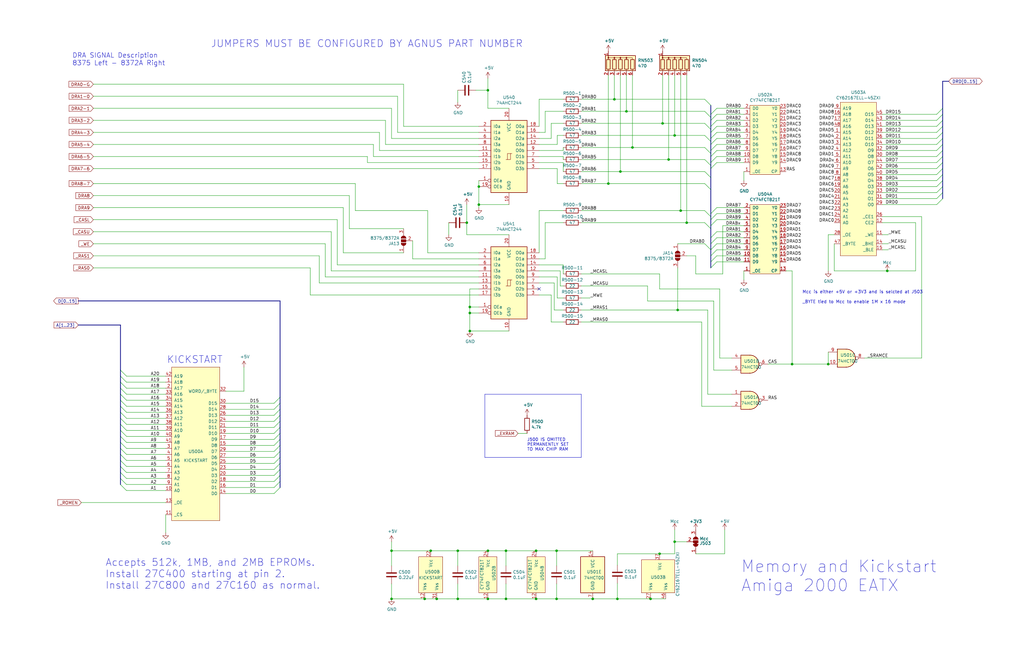
<source format=kicad_sch>
(kicad_sch
	(version 20231120)
	(generator "eeschema")
	(generator_version "8.0")
	(uuid "54573ffb-ce3d-4681-a9b2-323ad1881b0e")
	(paper "B")
	(title_block
		(title "Amiga 2000 EATX")
		(date "2023-03-10")
		(rev "3.0")
	)
	
	(junction
		(at 234.696 232.41)
		(diameter 0)
		(color 0 0 0 0)
		(uuid "0ca740a1-36b4-40d1-bbf1-045314de91b9")
	)
	(junction
		(at 249.936 252.73)
		(diameter 0)
		(color 0 0 0 0)
		(uuid "0db8b229-e414-4939-ba45-b4e107f037f1")
	)
	(junction
		(at 198.12 139.7)
		(diameter 0)
		(color 0 0 0 0)
		(uuid "1088d984-226f-44c2-960b-7c23d3bd2934")
	)
	(junction
		(at 284.48 57.15)
		(diameter 0)
		(color 0 0 0 0)
		(uuid "162c45ea-e5e8-4c4a-8e15-33032f466d73")
	)
	(junction
		(at 281.94 67.31)
		(diameter 0)
		(color 0 0 0 0)
		(uuid "1842f988-5471-4027-9a90-2ca9d7ba0847")
	)
	(junction
		(at 279.4 52.07)
		(diameter 0)
		(color 0 0 0 0)
		(uuid "1a28e402-d7dc-4c0b-9a9d-3e89a777c485")
	)
	(junction
		(at 259.08 41.91)
		(diameter 0)
		(color 0 0 0 0)
		(uuid "1afd2ffb-1a3d-4621-b439-073bf15528ba")
	)
	(junction
		(at 179.07 252.73)
		(diameter 0)
		(color 0 0 0 0)
		(uuid "1d3e13a9-9031-4aac-ac5f-adbda59f2844")
	)
	(junction
		(at 374.142 114.3)
		(diameter 0)
		(color 0 0 0 0)
		(uuid "2771be49-7357-4dc0-97cb-d9303cad62c6")
	)
	(junction
		(at 226.06 232.41)
		(diameter 0)
		(color 0 0 0 0)
		(uuid "2c0cd439-24b9-49f9-aeda-95851736e85f")
	)
	(junction
		(at 205.74 38.1)
		(diameter 0)
		(color 0 0 0 0)
		(uuid "2cc287d2-e270-4d83-af6e-14e3b8eabca3")
	)
	(junction
		(at 289.56 93.98)
		(diameter 0)
		(color 0 0 0 0)
		(uuid "2dae02b2-c43b-4437-8ae9-4294d8e2f3af")
	)
	(junction
		(at 193.04 252.73)
		(diameter 0)
		(color 0 0 0 0)
		(uuid "3d1f7ea0-2009-4c96-a146-4f006fb38563")
	)
	(junction
		(at 184.15 252.73)
		(diameter 0)
		(color 0 0 0 0)
		(uuid "3fb04b0f-5a27-4910-9868-5836a0b69e5b")
	)
	(junction
		(at 181.61 232.41)
		(diameter 0)
		(color 0 0 0 0)
		(uuid "42826359-869c-4722-8f5e-24f3a49deeea")
	)
	(junction
		(at 226.06 252.73)
		(diameter 0)
		(color 0 0 0 0)
		(uuid "690cc7ae-7f46-4c64-96b2-882050b575a4")
	)
	(junction
		(at 256.54 77.47)
		(diameter 0)
		(color 0 0 0 0)
		(uuid "6b1a3622-42b3-4a8b-9103-08e4d9ac9561")
	)
	(junction
		(at 205.74 252.73)
		(diameter 0)
		(color 0 0 0 0)
		(uuid "734a78a8-b68c-4d2d-b7c4-cd62d85a041a")
	)
	(junction
		(at 196.85 93.98)
		(diameter 0)
		(color 0 0 0 0)
		(uuid "781d688d-a5f0-41a3-9285-65407f8bc086")
	)
	(junction
		(at 165.1 252.73)
		(diameter 0)
		(color 0 0 0 0)
		(uuid "79aabbe3-d2db-4f31-9683-f9ad328b07e4")
	)
	(junction
		(at 264.16 46.99)
		(diameter 0)
		(color 0 0 0 0)
		(uuid "81fee546-6c51-400b-9029-3fd9b15f93a7")
	)
	(junction
		(at 274.32 252.73)
		(diameter 0)
		(color 0 0 0 0)
		(uuid "897f5872-0610-4c08-b5e9-6235e63e7213")
	)
	(junction
		(at 349.25 153.67)
		(diameter 0)
		(color 0 0 0 0)
		(uuid "8aba576d-2263-4aa2-88b1-6f7a31ca4581")
	)
	(junction
		(at 261.62 72.39)
		(diameter 0)
		(color 0 0 0 0)
		(uuid "8ecd75ed-d515-4166-a3df-b123e23044fe")
	)
	(junction
		(at 198.12 129.54)
		(diameter 0)
		(color 0 0 0 0)
		(uuid "938d6c0c-68be-423e-b200-d403154a412e")
	)
	(junction
		(at 213.36 232.41)
		(diameter 0)
		(color 0 0 0 0)
		(uuid "9b70b254-f7ce-4b3e-8f01-9b17f7e7435c")
	)
	(junction
		(at 234.696 252.73)
		(diameter 0)
		(color 0 0 0 0)
		(uuid "9ef10807-d249-4042-9128-f556f63f61aa")
	)
	(junction
		(at 287.02 88.9)
		(diameter 0)
		(color 0 0 0 0)
		(uuid "a181c57b-16fb-41ce-9b46-9c0654cbf303")
	)
	(junction
		(at 205.74 232.41)
		(diameter 0)
		(color 0 0 0 0)
		(uuid "a1e0dd3d-5cc0-49e2-8c99-292f3a585276")
	)
	(junction
		(at 334.01 153.67)
		(diameter 0)
		(color 0 0 0 0)
		(uuid "acec740e-08a1-4568-99b4-68ca15546da8")
	)
	(junction
		(at 165.1 232.41)
		(diameter 0)
		(color 0 0 0 0)
		(uuid "b2654dfd-42bf-4f3e-a3fa-c525b0b7f34f")
	)
	(junction
		(at 284.48 228.6)
		(diameter 0)
		(color 0 0 0 0)
		(uuid "bbf7c70e-0d44-48c4-ac29-7b42631d6f8a")
	)
	(junction
		(at 193.04 232.41)
		(diameter 0)
		(color 0 0 0 0)
		(uuid "bf4b4881-6486-4a38-8ee7-6c0b76343b30")
	)
	(junction
		(at 278.13 233.68)
		(diameter 0)
		(color 0 0 0 0)
		(uuid "ccb3af0b-ecc5-453c-a4ca-cc251e7d081a")
	)
	(junction
		(at 266.7 62.23)
		(diameter 0)
		(color 0 0 0 0)
		(uuid "d9983ef2-0b90-43ec-8e7c-5a6db57b8bc6")
	)
	(junction
		(at 198.12 132.08)
		(diameter 0)
		(color 0 0 0 0)
		(uuid "ded18649-4674-4bea-87aa-fd7b61e9a926")
	)
	(junction
		(at 285.75 130.81)
		(diameter 0)
		(color 0 0 0 0)
		(uuid "e8458bb1-6617-4206-a2d8-c64646551289")
	)
	(junction
		(at 201.93 78.74)
		(diameter 0)
		(color 0 0 0 0)
		(uuid "ea836b08-403d-4c25-9b71-5264a0063ca5")
	)
	(junction
		(at 260.35 252.73)
		(diameter 0)
		(color 0 0 0 0)
		(uuid "ebc52bb2-eecc-49dd-b525-eae3f60523ce")
	)
	(junction
		(at 201.93 86.36)
		(diameter 0)
		(color 0 0 0 0)
		(uuid "f5e5d3d5-99f5-4579-93ce-3717fac4167f")
	)
	(junction
		(at 213.36 252.73)
		(diameter 0)
		(color 0 0 0 0)
		(uuid "fcbcf50f-76a8-48f0-9f8a-8fd7fc8244b8")
	)
	(no_connect
		(at 227.33 121.92)
		(uuid "d5b0e754-8637-46d5-b8a9-2d4b584a8577")
	)
	(bus_entry
		(at 394.97 68.58)
		(size 2.54 -2.54)
		(stroke
			(width 0)
			(type default)
		)
		(uuid "015b73f1-7f76-46c1-8c33-ae5b9344d0d2")
	)
	(bus_entry
		(at 53.34 181.61)
		(size -2.54 -2.54)
		(stroke
			(width 0)
			(type default)
		)
		(uuid "0876c4a5-ccb3-43e7-a986-6cb08c87f9c0")
	)
	(bus_entry
		(at 115.57 185.42)
		(size 2.54 -2.54)
		(stroke
			(width 0)
			(type default)
		)
		(uuid "097a5002-4924-40db-a869-36edc80a2346")
	)
	(bus_entry
		(at 53.34 189.23)
		(size -2.54 -2.54)
		(stroke
			(width 0)
			(type default)
		)
		(uuid "0b60df44-c178-452b-8fec-853cf9008bc6")
	)
	(bus_entry
		(at 115.57 203.2)
		(size 2.54 -2.54)
		(stroke
			(width 0)
			(type default)
		)
		(uuid "0b7f17e1-37b7-4716-9068-35cb38eba354")
	)
	(bus_entry
		(at 394.97 63.5)
		(size 2.54 -2.54)
		(stroke
			(width 0)
			(type default)
		)
		(uuid "0d50289a-7562-4151-86e2-a8223c996408")
	)
	(bus_entry
		(at 302.26 92.71)
		(size -2.54 2.54)
		(stroke
			(width 0)
			(type default)
		)
		(uuid "124ddcfd-d8ef-4ef9-9321-bdbf25c5e8c6")
	)
	(bus_entry
		(at 302.26 55.88)
		(size -2.54 2.54)
		(stroke
			(width 0)
			(type default)
		)
		(uuid "17e82589-bc5a-405d-92b8-63a09e9c90f7")
	)
	(bus_entry
		(at 394.97 66.04)
		(size 2.54 -2.54)
		(stroke
			(width 0)
			(type default)
		)
		(uuid "1ac48cdd-e553-40df-808c-d7872aab2c85")
	)
	(bus_entry
		(at 53.34 173.99)
		(size -2.54 -2.54)
		(stroke
			(width 0)
			(type default)
		)
		(uuid "1c3209c9-b92e-4f11-9888-3df2ece8e47e")
	)
	(bus_entry
		(at 302.26 48.26)
		(size -2.54 2.54)
		(stroke
			(width 0)
			(type default)
		)
		(uuid "1e929b5a-4e2a-4634-8413-677f6e22281a")
	)
	(bus_entry
		(at 394.97 76.2)
		(size 2.54 -2.54)
		(stroke
			(width 0)
			(type default)
		)
		(uuid "2138ea27-d68d-4e81-9b8a-70f702d94826")
	)
	(bus_entry
		(at 302.26 107.95)
		(size -2.54 2.54)
		(stroke
			(width 0)
			(type default)
		)
		(uuid "255adc53-2466-4027-81a8-ee29bd809ddb")
	)
	(bus_entry
		(at 302.26 100.33)
		(size -2.54 2.54)
		(stroke
			(width 0)
			(type default)
		)
		(uuid "2698a493-dfec-4342-b9fe-c0fd4952b720")
	)
	(bus_entry
		(at 115.57 198.12)
		(size 2.54 -2.54)
		(stroke
			(width 0)
			(type default)
		)
		(uuid "379e1163-9339-40c8-8c81-ec259606b699")
	)
	(bus_entry
		(at 53.34 158.75)
		(size -2.54 -2.54)
		(stroke
			(width 0)
			(type default)
		)
		(uuid "3ac94e87-2dd6-4ad0-b150-61d5e5243b26")
	)
	(bus_entry
		(at 297.18 72.39)
		(size 2.54 2.54)
		(stroke
			(width 0)
			(type default)
		)
		(uuid "405475f6-0981-49fe-8b9e-3e9ffb4d8bac")
	)
	(bus_entry
		(at 115.57 195.58)
		(size 2.54 -2.54)
		(stroke
			(width 0)
			(type default)
		)
		(uuid "40ce3f8e-0073-49b6-b24a-3c2cb3411d59")
	)
	(bus_entry
		(at 394.97 50.8)
		(size 2.54 -2.54)
		(stroke
			(width 0)
			(type default)
		)
		(uuid "44fb051e-2b23-429d-b9a6-2bbacee22f64")
	)
	(bus_entry
		(at 394.97 83.82)
		(size 2.54 -2.54)
		(stroke
			(width 0)
			(type default)
		)
		(uuid "45fa8dd5-aa25-4419-8378-5450dc735c97")
	)
	(bus_entry
		(at 115.57 182.88)
		(size 2.54 -2.54)
		(stroke
			(width 0)
			(type default)
		)
		(uuid "4751d476-747c-4d48-b72b-9fea81da99ea")
	)
	(bus_entry
		(at 297.18 46.99)
		(size 2.54 2.54)
		(stroke
			(width 0)
			(type default)
		)
		(uuid "4813e0be-509d-40f1-b201-934d0f2a080e")
	)
	(bus_entry
		(at 53.34 179.07)
		(size -2.54 -2.54)
		(stroke
			(width 0)
			(type default)
		)
		(uuid "4ea50326-8a9f-487f-93bc-381f4d6996ba")
	)
	(bus_entry
		(at 115.57 193.04)
		(size 2.54 -2.54)
		(stroke
			(width 0)
			(type default)
		)
		(uuid "555c2db3-0bd5-434b-bf20-b25204371e69")
	)
	(bus_entry
		(at 297.18 62.23)
		(size 2.54 2.54)
		(stroke
			(width 0)
			(type default)
		)
		(uuid "5a02b1f8-b44f-4f44-ab4b-803db916c006")
	)
	(bus_entry
		(at 302.26 50.8)
		(size -2.54 2.54)
		(stroke
			(width 0)
			(type default)
		)
		(uuid "5d8fcaa7-93b1-4a7a-be49-3835653dcdf1")
	)
	(bus_entry
		(at 53.34 176.53)
		(size -2.54 -2.54)
		(stroke
			(width 0)
			(type default)
		)
		(uuid "5dd81be0-c7d5-43a8-90ec-bdda062e17d2")
	)
	(bus_entry
		(at 394.97 81.28)
		(size 2.54 -2.54)
		(stroke
			(width 0)
			(type default)
		)
		(uuid "5e73933d-eff4-4f26-b827-e3d1a15d368d")
	)
	(bus_entry
		(at 297.18 57.15)
		(size 2.54 2.54)
		(stroke
			(width 0)
			(type default)
		)
		(uuid "633b78ba-f3b1-4d91-bc8e-13d3e4a56449")
	)
	(bus_entry
		(at 53.34 191.77)
		(size -2.54 -2.54)
		(stroke
			(width 0)
			(type default)
		)
		(uuid "65c06616-b6c3-4013-9cd3-54172a85f67b")
	)
	(bus_entry
		(at 115.57 177.8)
		(size 2.54 -2.54)
		(stroke
			(width 0)
			(type default)
		)
		(uuid "6d03f07c-e23e-4799-a009-577da845fefb")
	)
	(bus_entry
		(at 394.97 71.12)
		(size 2.54 -2.54)
		(stroke
			(width 0)
			(type default)
		)
		(uuid "6f04fe90-cabf-4068-8821-9427029a1779")
	)
	(bus_entry
		(at 302.26 102.87)
		(size -2.54 2.54)
		(stroke
			(width 0)
			(type default)
		)
		(uuid "71de1ffb-c2f0-492f-a3ed-3ebebfb7b25a")
	)
	(bus_entry
		(at 394.97 73.66)
		(size 2.54 -2.54)
		(stroke
			(width 0)
			(type default)
		)
		(uuid "73a00d0d-de63-4ba0-9810-d606e66777c7")
	)
	(bus_entry
		(at 53.34 204.47)
		(size -2.54 -2.54)
		(stroke
			(width 0)
			(type default)
		)
		(uuid "761bd9df-88bd-4294-8f2d-1cb1171ccf2b")
	)
	(bus_entry
		(at 302.26 87.63)
		(size -2.54 2.54)
		(stroke
			(width 0)
			(type default)
		)
		(uuid "77272cb0-a4ee-4a0d-ac0b-2c9d92c58103")
	)
	(bus_entry
		(at 115.57 190.5)
		(size 2.54 -2.54)
		(stroke
			(width 0)
			(type default)
		)
		(uuid "77e604fd-11cb-43c3-afbc-8959b48211de")
	)
	(bus_entry
		(at 53.34 201.93)
		(size -2.54 -2.54)
		(stroke
			(width 0)
			(type default)
		)
		(uuid "79551d81-dd37-40ef-9e39-c5953b2e53dc")
	)
	(bus_entry
		(at 115.57 170.18)
		(size 2.54 -2.54)
		(stroke
			(width 0)
			(type default)
		)
		(uuid "7d3ebca3-2bd8-4c44-a005-0ed3300ef4fa")
	)
	(bus_entry
		(at 302.26 90.17)
		(size -2.54 2.54)
		(stroke
			(width 0)
			(type default)
		)
		(uuid "81237050-42dd-4f50-ac49-89a72b737559")
	)
	(bus_entry
		(at 297.18 88.9)
		(size 2.54 2.54)
		(stroke
			(width 0)
			(type default)
		)
		(uuid "812ff115-a725-42a2-b17f-b8d2492c3d91")
	)
	(bus_entry
		(at 297.18 52.07)
		(size 2.54 2.54)
		(stroke
			(width 0)
			(type default)
		)
		(uuid "824c4ea6-f584-41fa-8ba9-5714753ed6cb")
	)
	(bus_entry
		(at 302.26 45.72)
		(size -2.54 2.54)
		(stroke
			(width 0)
			(type default)
		)
		(uuid "82966a89-adfb-46a4-8b45-b1202320e47d")
	)
	(bus_entry
		(at 115.57 187.96)
		(size 2.54 -2.54)
		(stroke
			(width 0)
			(type default)
		)
		(uuid "92ad84fe-e270-41f4-a590-67524b54b92d")
	)
	(bus_entry
		(at 302.26 68.58)
		(size -2.54 2.54)
		(stroke
			(width 0)
			(type default)
		)
		(uuid "9bb0267e-a86f-4153-a8ea-6ad93ab9f6c8")
	)
	(bus_entry
		(at 302.26 105.41)
		(size -2.54 2.54)
		(stroke
			(width 0)
			(type default)
		)
		(uuid "9e294089-5ca4-42d7-8827-c28ff0c7d8ed")
	)
	(bus_entry
		(at 53.34 184.15)
		(size -2.54 -2.54)
		(stroke
			(width 0)
			(type default)
		)
		(uuid "9fb9d573-fc3a-4f01-ab5f-e8125096dd6d")
	)
	(bus_entry
		(at 394.97 48.26)
		(size 2.54 -2.54)
		(stroke
			(width 0)
			(type default)
		)
		(uuid "a05fc026-d96c-4578-be65-57c6ce3edb98")
	)
	(bus_entry
		(at 53.34 163.83)
		(size -2.54 -2.54)
		(stroke
			(width 0)
			(type default)
		)
		(uuid "a106dcc2-0028-4291-8a50-1ba6d6933f03")
	)
	(bus_entry
		(at 115.57 175.26)
		(size 2.54 -2.54)
		(stroke
			(width 0)
			(type default)
		)
		(uuid "a5d2523d-1f76-4a8b-bda8-f9b29336de79")
	)
	(bus_entry
		(at 297.18 41.91)
		(size 2.54 2.54)
		(stroke
			(width 0)
			(type default)
		)
		(uuid "a9d33d98-06f3-4690-8fa5-238377805069")
	)
	(bus_entry
		(at 115.57 200.66)
		(size 2.54 -2.54)
		(stroke
			(width 0)
			(type default)
		)
		(uuid "aa2ff599-df95-42af-b234-ddb82bbbc019")
	)
	(bus_entry
		(at 53.34 199.39)
		(size -2.54 -2.54)
		(stroke
			(width 0)
			(type default)
		)
		(uuid "ac5c177c-92cc-4f43-ae1c-f96b202d5acb")
	)
	(bus_entry
		(at 302.26 97.79)
		(size -2.54 2.54)
		(stroke
			(width 0)
			(type default)
		)
		(uuid "b39ae8aa-04f9-4130-8a4f-b31fd2e6d58a")
	)
	(bus_entry
		(at 115.57 172.72)
		(size 2.54 -2.54)
		(stroke
			(width 0)
			(type default)
		)
		(uuid "b42b6ae0-0389-4f38-8b9e-f67b1730d61a")
	)
	(bus_entry
		(at 394.97 55.88)
		(size 2.54 -2.54)
		(stroke
			(width 0)
			(type default)
		)
		(uuid "b50b903b-8155-4b13-8455-932ff511f7d0")
	)
	(bus_entry
		(at 394.97 58.42)
		(size 2.54 -2.54)
		(stroke
			(width 0)
			(type default)
		)
		(uuid "b7341535-484e-49cd-b0cb-f87565fb5d65")
	)
	(bus_entry
		(at 53.34 166.37)
		(size -2.54 -2.54)
		(stroke
			(width 0)
			(type default)
		)
		(uuid "bab646c3-fd12-4902-bacc-cee9976ee989")
	)
	(bus_entry
		(at 53.34 194.31)
		(size -2.54 -2.54)
		(stroke
			(width 0)
			(type default)
		)
		(uuid "bed50cc7-f909-42ce-9b3b-974108011464")
	)
	(bus_entry
		(at 53.34 168.91)
		(size -2.54 -2.54)
		(stroke
			(width 0)
			(type default)
		)
		(uuid "c3a07a03-b15e-49f6-a768-a37c791060ba")
	)
	(bus_entry
		(at 53.34 161.29)
		(size -2.54 -2.54)
		(stroke
			(width 0)
			(type default)
		)
		(uuid "c8d3928b-8f34-4f19-9620-4bc4a742642c")
	)
	(bus_entry
		(at 302.26 58.42)
		(size -2.54 2.54)
		(stroke
			(width 0)
			(type default)
		)
		(uuid "cdca6951-fe63-41db-be68-6b9630af1b46")
	)
	(bus_entry
		(at 53.34 207.01)
		(size -2.54 -2.54)
		(stroke
			(width 0)
			(type default)
		)
		(uuid "ced09df3-6d1b-4f4c-8d9f-18f6694df09c")
	)
	(bus_entry
		(at 53.34 186.69)
		(size -2.54 -2.54)
		(stroke
			(width 0)
			(type default)
		)
		(uuid "cf96c197-625f-46cf-84b4-1653860dbdd0")
	)
	(bus_entry
		(at 297.18 93.98)
		(size 2.54 2.54)
		(stroke
			(width 0)
			(type default)
		)
		(uuid "d1f3eaab-9bec-4f2c-bc3f-46fd0c02b41e")
	)
	(bus_entry
		(at 53.34 196.85)
		(size -2.54 -2.54)
		(stroke
			(width 0)
			(type default)
		)
		(uuid "d5f5c298-9f44-4c0a-aea6-8016772b371c")
	)
	(bus_entry
		(at 302.26 110.49)
		(size -2.54 2.54)
		(stroke
			(width 0)
			(type default)
		)
		(uuid "d787161a-515f-4be4-886e-d3b3a7bb3831")
	)
	(bus_entry
		(at 297.18 102.87)
		(size 2.54 2.54)
		(stroke
			(width 0)
			(type default)
		)
		(uuid "dd91890d-7510-4fbc-a3cc-03a5daa60b36")
	)
	(bus_entry
		(at 302.26 63.5)
		(size -2.54 2.54)
		(stroke
			(width 0)
			(type default)
		)
		(uuid "de796e1f-8cfe-420c-b3bf-bf63111b59ff")
	)
	(bus_entry
		(at 53.34 171.45)
		(size -2.54 -2.54)
		(stroke
			(width 0)
			(type default)
		)
		(uuid "df61cb3c-3404-4f6f-acba-07329dded275")
	)
	(bus_entry
		(at 115.57 208.28)
		(size 2.54 -2.54)
		(stroke
			(width 0)
			(type default)
		)
		(uuid "e5b01e38-b4a7-42cf-a2c3-5dcc64e5a0f1")
	)
	(bus_entry
		(at 302.26 60.96)
		(size -2.54 2.54)
		(stroke
			(width 0)
			(type default)
		)
		(uuid "e6836393-a261-4fb7-af60-fab3989cdddf")
	)
	(bus_entry
		(at 394.97 78.74)
		(size 2.54 -2.54)
		(stroke
			(width 0)
			(type default)
		)
		(uuid "e6b68a89-fef7-464f-ad77-d30e4794c9a7")
	)
	(bus_entry
		(at 394.97 60.96)
		(size 2.54 -2.54)
		(stroke
			(width 0)
			(type default)
		)
		(uuid "ead91994-25a6-4655-a39f-806ebdf1a1e8")
	)
	(bus_entry
		(at 302.26 53.34)
		(size -2.54 2.54)
		(stroke
			(width 0)
			(type default)
		)
		(uuid "ebabcb01-aebf-456a-bc70-1a42c57ed948")
	)
	(bus_entry
		(at 394.97 86.36)
		(size 2.54 -2.54)
		(stroke
			(width 0)
			(type default)
		)
		(uuid "f0650fde-d26b-42ed-87ab-6450c6f95205")
	)
	(bus_entry
		(at 115.57 205.74)
		(size 2.54 -2.54)
		(stroke
			(width 0)
			(type default)
		)
		(uuid "f4e11ff7-d0b4-47ef-a2fd-1008b8dc4b11")
	)
	(bus_entry
		(at 302.26 66.04)
		(size -2.54 2.54)
		(stroke
			(width 0)
			(type default)
		)
		(uuid "f4f09a06-ad43-4579-a6a4-bd620da1b2e7")
	)
	(bus_entry
		(at 297.18 67.31)
		(size 2.54 2.54)
		(stroke
			(width 0)
			(type default)
		)
		(uuid "f6622b3a-ea4b-4bac-91ca-babd97208310")
	)
	(bus_entry
		(at 394.97 53.34)
		(size 2.54 -2.54)
		(stroke
			(width 0)
			(type default)
		)
		(uuid "f8fb6d17-d57a-46ff-8617-57f39daf54cd")
	)
	(bus_entry
		(at 115.57 180.34)
		(size 2.54 -2.54)
		(stroke
			(width 0)
			(type default)
		)
		(uuid "fb5381aa-74fc-4d4a-ad97-446a46ea816b")
	)
	(bus_entry
		(at 297.18 77.47)
		(size 2.54 2.54)
		(stroke
			(width 0)
			(type default)
		)
		(uuid "fd27108a-4c9a-459e-90cf-05d12a46ae68")
	)
	(wire
		(pts
			(xy 313.69 90.17) (xy 302.26 90.17)
		)
		(stroke
			(width 0)
			(type default)
		)
		(uuid "004fed43-9d3b-4a9e-85dd-51b6213e0757")
	)
	(bus
		(pts
			(xy 397.51 48.26) (xy 397.51 50.8)
		)
		(stroke
			(width 0)
			(type default)
		)
		(uuid "00a81c61-0eea-42aa-ab8e-0f5c3195deca")
	)
	(wire
		(pts
			(xy 237.49 67.31) (xy 237.49 66.04)
		)
		(stroke
			(width 0)
			(type default)
		)
		(uuid "01017e2e-7e04-46f8-b420-3c8de0bd4068")
	)
	(wire
		(pts
			(xy 233.68 119.38) (xy 233.68 130.81)
		)
		(stroke
			(width 0)
			(type default)
		)
		(uuid "02bce3f5-8b72-41d1-bdc6-91ac49c1f8a2")
	)
	(wire
		(pts
			(xy 144.78 106.68) (xy 144.78 87.63)
		)
		(stroke
			(width 0)
			(type default)
		)
		(uuid "02d5557c-d172-40a7-9261-68335f398bf6")
	)
	(wire
		(pts
			(xy 372.11 55.88) (xy 394.97 55.88)
		)
		(stroke
			(width 0)
			(type default)
		)
		(uuid "046a77a1-edfd-490d-86bc-8e09f3542d50")
	)
	(polyline
		(pts
			(xy 245.11 193.04) (xy 245.11 166.37)
		)
		(stroke
			(width 0)
			(type default)
		)
		(uuid "050a66c1-69c7-457a-ad4b-3292fc07af77")
	)
	(wire
		(pts
			(xy 279.4 52.07) (xy 297.18 52.07)
		)
		(stroke
			(width 0)
			(type default)
		)
		(uuid "052348aa-a035-4602-a501-ab761a0323bb")
	)
	(wire
		(pts
			(xy 196.85 99.06) (xy 196.85 93.98)
		)
		(stroke
			(width 0)
			(type default)
		)
		(uuid "066f179b-a60c-4720-a197-fb6e7d91b12b")
	)
	(bus
		(pts
			(xy 397.51 73.66) (xy 397.51 76.2)
		)
		(stroke
			(width 0)
			(type default)
		)
		(uuid "068e48c3-dc60-49bf-b958-edb55592a7c8")
	)
	(wire
		(pts
			(xy 372.11 73.66) (xy 394.97 73.66)
		)
		(stroke
			(width 0)
			(type default)
		)
		(uuid "06aa28e6-9813-416a-bdd0-4be4eceeb084")
	)
	(wire
		(pts
			(xy 313.69 72.39) (xy 313.69 76.2)
		)
		(stroke
			(width 0)
			(type default)
		)
		(uuid "0942f3ec-9507-4671-9458-80765d36420c")
	)
	(wire
		(pts
			(xy 53.34 171.45) (xy 69.85 171.45)
		)
		(stroke
			(width 0)
			(type default)
		)
		(uuid "09ce850f-c3cc-4ab1-b20c-d36755c76d0b")
	)
	(wire
		(pts
			(xy 256.54 77.47) (xy 297.18 77.47)
		)
		(stroke
			(width 0)
			(type default)
		)
		(uuid "0b6b8a65-36b7-473f-8284-cef3e6d56e01")
	)
	(wire
		(pts
			(xy 313.69 107.95) (xy 302.26 107.95)
		)
		(stroke
			(width 0)
			(type default)
		)
		(uuid "0bda6404-7330-4e41-8433-2e3d6a4db21e")
	)
	(bus
		(pts
			(xy 118.11 198.12) (xy 118.11 200.66)
		)
		(stroke
			(width 0)
			(type default)
		)
		(uuid "0e901e96-96d4-4f43-8fb9-bdbbc7817888")
	)
	(wire
		(pts
			(xy 95.25 177.8) (xy 115.57 177.8)
		)
		(stroke
			(width 0)
			(type default)
		)
		(uuid "0fcbd0ce-e388-4bdf-b297-2aeb731eee51")
	)
	(wire
		(pts
			(xy 198.12 132.08) (xy 201.93 132.08)
		)
		(stroke
			(width 0)
			(type default)
		)
		(uuid "10064245-f44e-4519-844b-4d9036b42cc4")
	)
	(wire
		(pts
			(xy 149.86 88.9) (xy 149.86 77.47)
		)
		(stroke
			(width 0)
			(type default)
		)
		(uuid "10eca36f-3b21-4d6c-a447-31594d80cfe9")
	)
	(wire
		(pts
			(xy 53.34 186.69) (xy 69.85 186.69)
		)
		(stroke
			(width 0)
			(type default)
		)
		(uuid "112eecdc-dc4d-4338-b889-0677102e00d5")
	)
	(wire
		(pts
			(xy 165.1 246.38) (xy 165.1 252.73)
		)
		(stroke
			(width 0)
			(type default)
		)
		(uuid "1239e429-8066-4a3c-b43d-7045ba98d900")
	)
	(wire
		(pts
			(xy 372.11 60.96) (xy 394.97 60.96)
		)
		(stroke
			(width 0)
			(type default)
		)
		(uuid "12dcb560-f7fc-43b6-8d89-a1d0f3ffa41b")
	)
	(wire
		(pts
			(xy 189.23 99.06) (xy 189.23 93.98)
		)
		(stroke
			(width 0)
			(type default)
		)
		(uuid "1338ece6-4439-4ac0-b894-f27f48c05952")
	)
	(bus
		(pts
			(xy 299.72 48.26) (xy 299.72 49.53)
		)
		(stroke
			(width 0)
			(type default)
		)
		(uuid "142f22a1-8519-463a-9b9f-70e79ee1edd9")
	)
	(wire
		(pts
			(xy 313.69 58.42) (xy 302.26 58.42)
		)
		(stroke
			(width 0)
			(type default)
		)
		(uuid "143cda5c-0f49-4098-a2b5-fef90ece5535")
	)
	(wire
		(pts
			(xy 198.12 121.92) (xy 198.12 129.54)
		)
		(stroke
			(width 0)
			(type default)
		)
		(uuid "1507a2b6-0d24-4768-8d29-260003092cd8")
	)
	(wire
		(pts
			(xy 137.16 116.84) (xy 137.16 102.87)
		)
		(stroke
			(width 0)
			(type default)
		)
		(uuid "15300b75-de6f-4e40-a011-26e1af7e62fe")
	)
	(bus
		(pts
			(xy 50.8 137.16) (xy 33.02 137.16)
		)
		(stroke
			(width 0)
			(type default)
		)
		(uuid "155a8481-af40-4946-83e2-ac4a50bf2fef")
	)
	(wire
		(pts
			(xy 53.34 173.99) (xy 69.85 173.99)
		)
		(stroke
			(width 0)
			(type default)
		)
		(uuid "163727c4-524f-45e4-a8fc-2d2f08415f96")
	)
	(wire
		(pts
			(xy 69.85 176.53) (xy 53.34 176.53)
		)
		(stroke
			(width 0)
			(type default)
		)
		(uuid "17361c43-bc19-4b4c-863b-7a21ea6845ac")
	)
	(wire
		(pts
			(xy 372.11 83.82) (xy 394.97 83.82)
		)
		(stroke
			(width 0)
			(type default)
		)
		(uuid "182855b8-e500-4068-b035-17ab044e57fc")
	)
	(wire
		(pts
			(xy 245.11 120.65) (xy 273.05 120.65)
		)
		(stroke
			(width 0)
			(type default)
		)
		(uuid "1844276e-9f19-4020-b919-eda492de183e")
	)
	(wire
		(pts
			(xy 233.68 130.81) (xy 237.49 130.81)
		)
		(stroke
			(width 0)
			(type default)
		)
		(uuid "18d44617-d832-4173-b8fc-a4cbb8cac8aa")
	)
	(wire
		(pts
			(xy 95.25 203.2) (xy 115.57 203.2)
		)
		(stroke
			(width 0)
			(type default)
		)
		(uuid "1b1677e8-f6a9-4ff3-8529-641881423a23")
	)
	(wire
		(pts
			(xy 287.02 31.75) (xy 287.02 88.9)
		)
		(stroke
			(width 0)
			(type default)
		)
		(uuid "1beda577-0b4c-4b66-914a-a72883761bb5")
	)
	(wire
		(pts
			(xy 245.11 135.89) (xy 295.91 135.89)
		)
		(stroke
			(width 0)
			(type default)
		)
		(uuid "1d8f1c80-7e61-4177-aa6c-d848e58ccf25")
	)
	(wire
		(pts
			(xy 149.86 77.47) (xy 39.37 77.47)
		)
		(stroke
			(width 0)
			(type default)
		)
		(uuid "1e5e839e-5fb8-4a8b-bfae-aeaac21ea943")
	)
	(wire
		(pts
			(xy 249.936 252.73) (xy 260.35 252.73)
		)
		(stroke
			(width 0)
			(type default)
		)
		(uuid "1e702f41-fe34-4f58-a0b1-d1e5f7d681ef")
	)
	(wire
		(pts
			(xy 302.26 60.96) (xy 313.69 60.96)
		)
		(stroke
			(width 0)
			(type default)
		)
		(uuid "1ff9db15-292c-4a51-8574-04fcc7369864")
	)
	(wire
		(pts
			(xy 349.25 99.06) (xy 349.25 114.3)
		)
		(stroke
			(width 0)
			(type default)
		)
		(uuid "228a5c78-1d88-4c6a-93fa-dd90db938aab")
	)
	(polyline
		(pts
			(xy 204.47 166.37) (xy 204.47 193.04)
		)
		(stroke
			(width 0)
			(type default)
		)
		(uuid "236ab4f7-3966-41c9-ade1-e784a13aeb84")
	)
	(wire
		(pts
			(xy 229.87 46.99) (xy 237.49 46.99)
		)
		(stroke
			(width 0)
			(type default)
		)
		(uuid "23d22e17-44e2-4001-b256-c4ecaef08a57")
	)
	(wire
		(pts
			(xy 213.36 232.41) (xy 205.74 232.41)
		)
		(stroke
			(width 0)
			(type default)
		)
		(uuid "23d4fb2f-744c-4dc6-97e4-752a283c85cf")
	)
	(wire
		(pts
			(xy 237.49 72.39) (xy 237.49 68.58)
		)
		(stroke
			(width 0)
			(type default)
		)
		(uuid "23d731d9-1a6a-49ce-a6fd-7809fd685f81")
	)
	(wire
		(pts
			(xy 305.562 223.52) (xy 305.562 233.68)
		)
		(stroke
			(width 0)
			(type default)
		)
		(uuid "23da0232-ad4f-47a8-85e3-4e378f634b6e")
	)
	(wire
		(pts
			(xy 237.49 111.76) (xy 227.33 111.76)
		)
		(stroke
			(width 0)
			(type default)
		)
		(uuid "23e4849f-643f-4a2c-8ae6-979c4c7de79c")
	)
	(wire
		(pts
			(xy 53.34 184.15) (xy 69.85 184.15)
		)
		(stroke
			(width 0)
			(type default)
		)
		(uuid "23fc32cb-764b-435b-b88a-e43cb9315adc")
	)
	(wire
		(pts
			(xy 372.11 53.34) (xy 394.97 53.34)
		)
		(stroke
			(width 0)
			(type default)
		)
		(uuid "24d59ef0-cc1d-48a3-8ace-8e8c94db6b00")
	)
	(bus
		(pts
			(xy 299.72 110.49) (xy 299.72 113.03)
		)
		(stroke
			(width 0)
			(type default)
		)
		(uuid "25247e20-fed8-4aef-87a2-691f0dfd9d0b")
	)
	(wire
		(pts
			(xy 53.34 194.31) (xy 69.85 194.31)
		)
		(stroke
			(width 0)
			(type default)
		)
		(uuid "25adfbea-75b8-4cfe-863f-801c12050c3f")
	)
	(bus
		(pts
			(xy 299.72 102.87) (xy 299.72 105.41)
		)
		(stroke
			(width 0)
			(type default)
		)
		(uuid "25fa2014-ed75-45b1-a0a0-6201e9f2955d")
	)
	(bus
		(pts
			(xy 299.72 71.12) (xy 299.72 74.93)
		)
		(stroke
			(width 0)
			(type default)
		)
		(uuid "25ff7525-0a04-4b44-8789-2a4cdd0c56b8")
	)
	(wire
		(pts
			(xy 245.11 46.99) (xy 264.16 46.99)
		)
		(stroke
			(width 0)
			(type default)
		)
		(uuid "2693a565-a903-4724-ab42-792920cfe410")
	)
	(wire
		(pts
			(xy 226.06 232.41) (xy 213.36 232.41)
		)
		(stroke
			(width 0)
			(type default)
		)
		(uuid "27f57b8f-fd33-4192-981c-262bc73439fc")
	)
	(wire
		(pts
			(xy 201.93 119.38) (xy 134.62 119.38)
		)
		(stroke
			(width 0)
			(type default)
		)
		(uuid "283ce4bc-4056-45ec-bcfd-3ad8a51bacb1")
	)
	(wire
		(pts
			(xy 245.11 115.57) (xy 278.13 115.57)
		)
		(stroke
			(width 0)
			(type default)
		)
		(uuid "2922f094-96a1-423c-83c6-bd7b568b0daf")
	)
	(wire
		(pts
			(xy 245.11 41.91) (xy 259.08 41.91)
		)
		(stroke
			(width 0)
			(type default)
		)
		(uuid "29bda76d-1c9a-4123-9134-b63593cfcb6e")
	)
	(wire
		(pts
			(xy 201.93 78.74) (xy 201.93 86.36)
		)
		(stroke
			(width 0)
			(type default)
		)
		(uuid "2a5c4cd5-7df4-42c6-8256-ab8a32f36427")
	)
	(wire
		(pts
			(xy 157.48 66.04) (xy 157.48 60.96)
		)
		(stroke
			(width 0)
			(type default)
		)
		(uuid "2a6eb6cd-3edb-440e-9582-1e00a35dd1cd")
	)
	(bus
		(pts
			(xy 50.8 184.15) (xy 50.8 186.69)
		)
		(stroke
			(width 0)
			(type default)
		)
		(uuid "2aa1ace5-0e11-421f-9cb4-cd1644375117")
	)
	(bus
		(pts
			(xy 299.72 63.5) (xy 299.72 64.77)
		)
		(stroke
			(width 0)
			(type default)
		)
		(uuid "2afe5c66-49ad-4cff-8b9e-9cbd2a274a65")
	)
	(wire
		(pts
			(xy 372.11 71.12) (xy 394.97 71.12)
		)
		(stroke
			(width 0)
			(type default)
		)
		(uuid "2b1e177c-94b0-4bd5-935b-8f197c880d8e")
	)
	(wire
		(pts
			(xy 284.48 228.6) (xy 284.48 233.68)
		)
		(stroke
			(width 0)
			(type default)
		)
		(uuid "2c85dcc1-8573-4de4-92c3-5324f857016b")
	)
	(wire
		(pts
			(xy 201.93 114.3) (xy 139.7 114.3)
		)
		(stroke
			(width 0)
			(type default)
		)
		(uuid "2dcc51ff-3994-4d97-921b-7b974cd3f2cc")
	)
	(polyline
		(pts
			(xy 204.47 193.04) (xy 245.11 193.04)
		)
		(stroke
			(width 0)
			(type default)
		)
		(uuid "2e5cda44-45ec-435f-91c2-4acd91f9cff3")
	)
	(wire
		(pts
			(xy 130.81 113.03) (xy 39.37 113.03)
		)
		(stroke
			(width 0)
			(type default)
		)
		(uuid "2e97e645-62cb-4956-8f86-b804820ac61d")
	)
	(wire
		(pts
			(xy 313.69 87.63) (xy 302.26 87.63)
		)
		(stroke
			(width 0)
			(type default)
		)
		(uuid "306c6898-54ab-45ec-a45d-9ba8f8ea2d20")
	)
	(bus
		(pts
			(xy 299.72 69.85) (xy 299.72 71.12)
		)
		(stroke
			(width 0)
			(type default)
		)
		(uuid "30a8ecca-2871-4390-95a9-525d998872d0")
	)
	(wire
		(pts
			(xy 201.93 76.2) (xy 201.93 78.74)
		)
		(stroke
			(width 0)
			(type default)
		)
		(uuid "30f37691-2fef-463f-bf4f-ed8a20f703bd")
	)
	(wire
		(pts
			(xy 162.56 60.96) (xy 201.93 60.96)
		)
		(stroke
			(width 0)
			(type default)
		)
		(uuid "322211b8-75c4-46ca-bf73-212f261a1045")
	)
	(bus
		(pts
			(xy 118.11 195.58) (xy 118.11 198.12)
		)
		(stroke
			(width 0)
			(type default)
		)
		(uuid "33246d7a-3b2e-4f17-b5c7-b993fe7c3a3c")
	)
	(wire
		(pts
			(xy 331.47 114.3) (xy 334.01 114.3)
		)
		(stroke
			(width 0)
			(type default)
		)
		(uuid "33f8db3c-1ed9-4b63-860d-153c4632464b")
	)
	(bus
		(pts
			(xy 299.72 80.01) (xy 299.72 90.17)
		)
		(stroke
			(width 0)
			(type default)
		)
		(uuid "3560ec9c-82c6-4bb6-925d-ddbf28ac99f5")
	)
	(bus
		(pts
			(xy 50.8 156.21) (xy 50.8 158.75)
		)
		(stroke
			(width 0)
			(type default)
		)
		(uuid "359820f2-feb1-4645-a66c-d69b77a9d00e")
	)
	(wire
		(pts
			(xy 170.18 53.34) (xy 201.93 53.34)
		)
		(stroke
			(width 0)
			(type default)
		)
		(uuid "36fab391-a4b5-4408-94ad-bebf5eaffb46")
	)
	(wire
		(pts
			(xy 295.91 135.89) (xy 295.91 171.45)
		)
		(stroke
			(width 0)
			(type default)
		)
		(uuid "3733cd0e-a475-48ce-a5f7-e7c553b27902")
	)
	(wire
		(pts
			(xy 173.99 101.6) (xy 173.99 109.22)
		)
		(stroke
			(width 0)
			(type default)
		)
		(uuid "37463007-3916-4c16-a4a9-6d90aef470a0")
	)
	(wire
		(pts
			(xy 261.62 72.39) (xy 297.18 72.39)
		)
		(stroke
			(width 0)
			(type default)
		)
		(uuid "378614f7-b6b7-4260-8afe-1c5fa37ed0aa")
	)
	(wire
		(pts
			(xy 236.22 114.3) (xy 236.22 120.65)
		)
		(stroke
			(width 0)
			(type default)
		)
		(uuid "38176539-cb44-4e32-bc25-c4eb4480bce9")
	)
	(wire
		(pts
			(xy 53.34 204.47) (xy 69.85 204.47)
		)
		(stroke
			(width 0)
			(type default)
		)
		(uuid "38c591b1-c8c1-4976-9bb2-792aa9b316cf")
	)
	(wire
		(pts
			(xy 201.93 106.68) (xy 180.34 106.68)
		)
		(stroke
			(width 0)
			(type default)
		)
		(uuid "39e1a0d3-1a1f-44e3-b21e-75c3b9390a0f")
	)
	(wire
		(pts
			(xy 273.05 127) (xy 273.05 120.65)
		)
		(stroke
			(width 0)
			(type default)
		)
		(uuid "3a085c02-1f50-4f72-856f-dfd67da2530d")
	)
	(wire
		(pts
			(xy 213.36 246.38) (xy 213.36 252.73)
		)
		(stroke
			(width 0)
			(type default)
		)
		(uuid "3a6264e7-58fe-4fb5-9dfc-0baa0d1ef82f")
	)
	(wire
		(pts
			(xy 234.696 232.41) (xy 249.936 232.41)
		)
		(stroke
			(width 0)
			(type default)
		)
		(uuid "3a963aaf-56db-4c10-94df-e67a57ffb4bf")
	)
	(wire
		(pts
			(xy 160.02 63.5) (xy 160.02 55.88)
		)
		(stroke
			(width 0)
			(type default)
		)
		(uuid "3ac0217e-48f6-4d8b-91ef-976820e64bc2")
	)
	(bus
		(pts
			(xy 299.72 66.04) (xy 299.72 68.58)
		)
		(stroke
			(width 0)
			(type default)
		)
		(uuid "3add4b8a-998a-4d16-aa88-0e47451e8f19")
	)
	(wire
		(pts
			(xy 388.62 91.44) (xy 388.62 151.13)
		)
		(stroke
			(width 0)
			(type default)
		)
		(uuid "3af5e2a0-e86e-4270-ab72-58074ace52ec")
	)
	(wire
		(pts
			(xy 289.56 107.95) (xy 293.37 107.95)
		)
		(stroke
			(width 0)
			(type default)
		)
		(uuid "3b051965-b722-488d-9a12-3a4aa2059683")
	)
	(wire
		(pts
			(xy 53.34 161.29) (xy 69.85 161.29)
		)
		(stroke
			(width 0)
			(type default)
		)
		(uuid "3b7c9fad-bb01-4aa7-8708-bf69813c1ed1")
	)
	(bus
		(pts
			(xy 118.11 127) (xy 33.02 127)
		)
		(stroke
			(width 0)
			(type default)
		)
		(uuid "3ce319f9-f200-4b3c-9545-cf2f2815f941")
	)
	(wire
		(pts
			(xy 227.33 41.91) (xy 227.33 53.34)
		)
		(stroke
			(width 0)
			(type default)
		)
		(uuid "3d111b1c-265b-4969-bdd4-228eb70572ff")
	)
	(wire
		(pts
			(xy 372.11 48.26) (xy 394.97 48.26)
		)
		(stroke
			(width 0)
			(type default)
		)
		(uuid "3d9676ed-b9d6-42a2-8186-b5e519a483ff")
	)
	(wire
		(pts
			(xy 201.93 121.92) (xy 198.12 121.92)
		)
		(stroke
			(width 0)
			(type default)
		)
		(uuid "3dbe5ca5-b078-4b01-a106-3f28c81df3ed")
	)
	(wire
		(pts
			(xy 313.69 53.34) (xy 302.26 53.34)
		)
		(stroke
			(width 0)
			(type default)
		)
		(uuid "3dfeffc1-93fa-4381-bbbd-e37e48822fcf")
	)
	(wire
		(pts
			(xy 139.7 114.3) (xy 139.7 97.79)
		)
		(stroke
			(width 0)
			(type default)
		)
		(uuid "3ea7cd5d-c011-4432-a2d2-c1d382ef2c36")
	)
	(wire
		(pts
			(xy 149.86 88.9) (xy 180.34 88.9)
		)
		(stroke
			(width 0)
			(type default)
		)
		(uuid "3ec80113-ed8f-4218-9b77-b269cad2b79e")
	)
	(bus
		(pts
			(xy 50.8 189.23) (xy 50.8 191.77)
		)
		(stroke
			(width 0)
			(type default)
		)
		(uuid "3f4e77fb-7360-4240-a587-956f4ecb0a2a")
	)
	(wire
		(pts
			(xy 160.02 55.88) (xy 39.37 55.88)
		)
		(stroke
			(width 0)
			(type default)
		)
		(uuid "3f70faea-5f4d-4142-81ab-141217479b38")
	)
	(wire
		(pts
			(xy 293.37 233.68) (xy 305.562 233.68)
		)
		(stroke
			(width 0)
			(type default)
		)
		(uuid "414e86ba-6fa9-4691-8a93-ca5289dee042")
	)
	(wire
		(pts
			(xy 259.08 31.75) (xy 259.08 41.91)
		)
		(stroke
			(width 0)
			(type default)
		)
		(uuid "41e242a8-653f-4b41-be09-76416e7f99b0")
	)
	(wire
		(pts
			(xy 264.16 46.99) (xy 297.18 46.99)
		)
		(stroke
			(width 0)
			(type default)
		)
		(uuid "43e6e5fe-6c0f-4be1-ba9f-347df1a1eb7f")
	)
	(wire
		(pts
			(xy 227.33 71.12) (xy 234.95 71.12)
		)
		(stroke
			(width 0)
			(type default)
		)
		(uuid "4486f576-1ab3-4b9a-bf38-1ec6008afdd8")
	)
	(bus
		(pts
			(xy 397.51 45.72) (xy 397.51 48.26)
		)
		(stroke
			(width 0)
			(type default)
		)
		(uuid "45e60c75-f2f8-46d9-a72e-644854a9e6d8")
	)
	(wire
		(pts
			(xy 284.48 57.15) (xy 297.18 57.15)
		)
		(stroke
			(width 0)
			(type default)
		)
		(uuid "46c4763d-82a7-4061-9b7d-ee1ae8336af6")
	)
	(wire
		(pts
			(xy 184.15 252.73) (xy 179.07 252.73)
		)
		(stroke
			(width 0)
			(type default)
		)
		(uuid "472d33b2-6370-4ce7-922d-ad01168aa45a")
	)
	(bus
		(pts
			(xy 397.51 68.58) (xy 397.51 71.12)
		)
		(stroke
			(width 0)
			(type default)
		)
		(uuid "48788098-e952-4a91-ad75-4d785cd7305f")
	)
	(wire
		(pts
			(xy 53.34 199.39) (xy 69.85 199.39)
		)
		(stroke
			(width 0)
			(type default)
		)
		(uuid "49c969b2-14f5-41e5-9392-9435c2334743")
	)
	(wire
		(pts
			(xy 205.74 45.72) (xy 214.63 45.72)
		)
		(stroke
			(width 0)
			(type default)
		)
		(uuid "4bbe2df8-b85e-4d51-851d-dfb731333444")
	)
	(wire
		(pts
			(xy 53.34 179.07) (xy 69.85 179.07)
		)
		(stroke
			(width 0)
			(type default)
		)
		(uuid "4c4c966a-ccb1-4b12-8249-25fb5623b271")
	)
	(bus
		(pts
			(xy 118.11 167.64) (xy 118.11 170.18)
		)
		(stroke
			(width 0)
			(type default)
		)
		(uuid "4cd3ccc1-4ef7-4802-a340-bac340216780")
	)
	(wire
		(pts
			(xy 167.64 55.88) (xy 201.93 55.88)
		)
		(stroke
			(width 0)
			(type default)
		)
		(uuid "4d855cd3-c9a2-4833-a804-9e98ccad5050")
	)
	(wire
		(pts
			(xy 313.69 92.71) (xy 302.26 92.71)
		)
		(stroke
			(width 0)
			(type default)
		)
		(uuid "4e069173-01b0-43b3-a7d0-ba660a1bed08")
	)
	(wire
		(pts
			(xy 147.32 82.55) (xy 39.37 82.55)
		)
		(stroke
			(width 0)
			(type default)
		)
		(uuid "4e1b4eda-47b9-47f6-a730-e8cd87a02b42")
	)
	(bus
		(pts
			(xy 118.11 170.18) (xy 118.11 172.72)
		)
		(stroke
			(width 0)
			(type default)
		)
		(uuid "4ff53816-aee6-46ac-a7e5-a8c7b98d90c5")
	)
	(wire
		(pts
			(xy 313.69 110.49) (xy 302.26 110.49)
		)
		(stroke
			(width 0)
			(type default)
		)
		(uuid "502b1bf0-52b3-4c3c-aac9-0e4c170e9298")
	)
	(wire
		(pts
			(xy 134.62 107.95) (xy 39.37 107.95)
		)
		(stroke
			(width 0)
			(type default)
		)
		(uuid "51e11c86-2021-47e5-b6a9-8e4de38ee19a")
	)
	(wire
		(pts
			(xy 201.93 124.46) (xy 130.81 124.46)
		)
		(stroke
			(width 0)
			(type default)
		)
		(uuid "53f7c5e5-554e-4c31-ac10-2334e7b21464")
	)
	(bus
		(pts
			(xy 299.72 92.71) (xy 299.72 95.25)
		)
		(stroke
			(width 0)
			(type default)
		)
		(uuid "5462ef02-67cd-4eaa-a225-32ec6bf08452")
	)
	(bus
		(pts
			(xy 397.51 76.2) (xy 397.51 78.74)
		)
		(stroke
			(width 0)
			(type default)
		)
		(uuid "54e45d19-92a1-4f40-90c5-ce84ecf294e2")
	)
	(bus
		(pts
			(xy 50.8 158.75) (xy 50.8 161.29)
		)
		(stroke
			(width 0)
			(type default)
		)
		(uuid "55faeb81-d8b6-4c32-9048-92fbefa492e2")
	)
	(bus
		(pts
			(xy 299.72 53.34) (xy 299.72 54.61)
		)
		(stroke
			(width 0)
			(type default)
		)
		(uuid "5689710f-dff4-4e52-bb3d-afc0dc34ec4a")
	)
	(wire
		(pts
			(xy 237.49 41.91) (xy 227.33 41.91)
		)
		(stroke
			(width 0)
			(type default)
		)
		(uuid "5728be95-99a9-4f3b-b051-77778b524c3f")
	)
	(wire
		(pts
			(xy 95.25 170.18) (xy 115.57 170.18)
		)
		(stroke
			(width 0)
			(type default)
		)
		(uuid "57407aad-3291-4e92-a9d8-f5a4d44cd213")
	)
	(bus
		(pts
			(xy 118.11 182.88) (xy 118.11 185.42)
		)
		(stroke
			(width 0)
			(type default)
		)
		(uuid "5768d121-79a4-48a8-a3cf-7ba1146e5b5e")
	)
	(wire
		(pts
			(xy 144.78 106.68) (xy 170.18 106.68)
		)
		(stroke
			(width 0)
			(type default)
		)
		(uuid "576f65a7-90d0-4161-9b13-c2c3a66656ec")
	)
	(wire
		(pts
			(xy 147.32 96.52) (xy 170.18 96.52)
		)
		(stroke
			(width 0)
			(type default)
		)
		(uuid "57ede974-4c23-4ebb-9a62-bd747d600229")
	)
	(wire
		(pts
			(xy 245.11 125.73) (xy 248.92 125.73)
		)
		(stroke
			(width 0)
			(type default)
		)
		(uuid "5882f26b-974f-49f7-b119-996e7f3c1022")
	)
	(bus
		(pts
			(xy 118.11 175.26) (xy 118.11 177.8)
		)
		(stroke
			(width 0)
			(type default)
		)
		(uuid "58e081a8-9d98-4dc2-a920-1d7daddbbe18")
	)
	(wire
		(pts
			(xy 142.24 111.76) (xy 142.24 92.71)
		)
		(stroke
			(width 0)
			(type default)
		)
		(uuid "591c3ee0-a340-48e3-9e4b-94276eedaad5")
	)
	(wire
		(pts
			(xy 300.99 127) (xy 273.05 127)
		)
		(stroke
			(width 0)
			(type default)
		)
		(uuid "59f13ad9-88e3-4d68-822f-9a5a804baf39")
	)
	(wire
		(pts
			(xy 34.29 212.09) (xy 69.85 212.09)
		)
		(stroke
			(width 0)
			(type default)
		)
		(uuid "5a13bcc5-69ae-4f9d-932e-2ab16c0ab386")
	)
	(bus
		(pts
			(xy 397.51 50.8) (xy 397.51 53.34)
		)
		(stroke
			(width 0)
			(type default)
		)
		(uuid "5bb48ed5-e696-41e6-bcbe-e4d509458131")
	)
	(bus
		(pts
			(xy 299.72 55.88) (xy 299.72 58.42)
		)
		(stroke
			(width 0)
			(type default)
		)
		(uuid "5bdf0a4e-12c8-41aa-a086-cf43a72e5818")
	)
	(wire
		(pts
			(xy 115.57 205.74) (xy 95.25 205.74)
		)
		(stroke
			(width 0)
			(type default)
		)
		(uuid "5c4b51e2-b5c8-4462-8b3a-d24a8cac6a4b")
	)
	(wire
		(pts
			(xy 226.06 252.73) (xy 213.36 252.73)
		)
		(stroke
			(width 0)
			(type default)
		)
		(uuid "5d5e2fb5-c17d-459d-9c75-2359b46a998c")
	)
	(bus
		(pts
			(xy 50.8 161.29) (xy 50.8 163.83)
		)
		(stroke
			(width 0)
			(type default)
		)
		(uuid "5da84e4d-ad60-4693-b114-d1b62cf1928f")
	)
	(polyline
		(pts
			(xy 245.11 166.37) (xy 204.47 166.37)
		)
		(stroke
			(width 0)
			(type default)
		)
		(uuid "5e10e7fd-0add-4a8b-aab1-414e5d5b8250")
	)
	(wire
		(pts
			(xy 303.53 151.13) (xy 308.61 151.13)
		)
		(stroke
			(width 0)
			(type default)
		)
		(uuid "5e38387c-fdd7-4dae-a59f-5243d6ed12d0")
	)
	(wire
		(pts
			(xy 372.11 86.36) (xy 394.97 86.36)
		)
		(stroke
			(width 0)
			(type default)
		)
		(uuid "5ea58a23-15b8-4d76-afc0-da4d27d8fd1e")
	)
	(wire
		(pts
			(xy 245.11 130.81) (xy 285.75 130.81)
		)
		(stroke
			(width 0)
			(type default)
		)
		(uuid "5feac3b9-579c-461f-b89f-814954f7248d")
	)
	(bus
		(pts
			(xy 50.8 199.39) (xy 50.8 201.93)
		)
		(stroke
			(width 0)
			(type default)
		)
		(uuid "61611f7f-1bec-4286-959f-ef26ef7ddeaf")
	)
	(wire
		(pts
			(xy 142.24 92.71) (xy 39.37 92.71)
		)
		(stroke
			(width 0)
			(type default)
		)
		(uuid "62397021-241e-4dc9-90f1-c5be66566f2f")
	)
	(wire
		(pts
			(xy 227.33 124.46) (xy 232.41 124.46)
		)
		(stroke
			(width 0)
			(type default)
		)
		(uuid "63646e52-386a-4d0a-aff1-2505b9f325c5")
	)
	(wire
		(pts
			(xy 165.1 58.42) (xy 201.93 58.42)
		)
		(stroke
			(width 0)
			(type default)
		)
		(uuid "639f4381-8847-4f04-82d5-29726dd86ff3")
	)
	(wire
		(pts
			(xy 386.08 114.3) (xy 386.08 93.98)
		)
		(stroke
			(width 0)
			(type default)
		)
		(uuid "63a5488e-00ef-4259-a23a-d740a5221414")
	)
	(wire
		(pts
			(xy 313.69 97.79) (xy 302.26 97.79)
		)
		(stroke
			(width 0)
			(type default)
		)
		(uuid "63acb5eb-fa60-45cd-a2b1-3d08dfa849fb")
	)
	(wire
		(pts
			(xy 372.11 78.74) (xy 394.97 78.74)
		)
		(stroke
			(width 0)
			(type default)
		)
		(uuid "657c33f9-1dc3-4577-aefc-63804c3c8ea1")
	)
	(wire
		(pts
			(xy 196.85 99.06) (xy 214.63 99.06)
		)
		(stroke
			(width 0)
			(type default)
		)
		(uuid "65c45779-76cf-453c-9cf3-2fd070c6ba85")
	)
	(bus
		(pts
			(xy 118.11 172.72) (xy 118.11 175.26)
		)
		(stroke
			(width 0)
			(type default)
		)
		(uuid "65e1e25b-200c-49ca-b816-11e6c895119d")
	)
	(wire
		(pts
			(xy 323.85 153.67) (xy 334.01 153.67)
		)
		(stroke
			(width 0)
			(type default)
		)
		(uuid "65f154a7-6c5f-4232-bd12-02766de80b62")
	)
	(wire
		(pts
			(xy 165.1 58.42) (xy 165.1 45.72)
		)
		(stroke
			(width 0)
			(type default)
		)
		(uuid "66b45847-0790-4c71-b56f-39f3a800b185")
	)
	(wire
		(pts
			(xy 213.36 238.76) (xy 213.36 232.41)
		)
		(stroke
			(width 0)
			(type default)
		)
		(uuid "66dc1c33-0056-43df-976f-f5c3cc77b277")
	)
	(wire
		(pts
			(xy 227.33 63.5) (xy 237.49 63.5)
		)
		(stroke
			(width 0)
			(type default)
		)
		(uuid "66ee0726-b759-4903-9455-a4839a450a83")
	)
	(bus
		(pts
			(xy 50.8 137.16) (xy 50.8 156.21)
		)
		(stroke
			(width 0)
			(type default)
		)
		(uuid "678c8470-1e0e-4f37-abe0-22ccc45a38cd")
	)
	(bus
		(pts
			(xy 397.51 63.5) (xy 397.51 66.04)
		)
		(stroke
			(width 0)
			(type default)
		)
		(uuid "67a11849-5ec6-4e1b-9229-1e0f5855cf2d")
	)
	(wire
		(pts
			(xy 303.53 121.92) (xy 278.13 121.92)
		)
		(stroke
			(width 0)
			(type default)
		)
		(uuid "689f8c2f-e502-4f02-874b-d6fdf0ce0622")
	)
	(wire
		(pts
			(xy 53.34 158.75) (xy 69.85 158.75)
		)
		(stroke
			(width 0)
			(type default)
		)
		(uuid "69370de8-6f62-4f54-bd4b-cff2583218fe")
	)
	(wire
		(pts
			(xy 260.35 246.126) (xy 260.35 252.73)
		)
		(stroke
			(width 0)
			(type default)
		)
		(uuid "6b3537df-3c3e-46b3-8791-83601044db4e")
	)
	(wire
		(pts
			(xy 281.94 67.31) (xy 297.18 67.31)
		)
		(stroke
			(width 0)
			(type default)
		)
		(uuid "6c96de5a-2468-47c8-a64b-1136c7f325ef")
	)
	(wire
		(pts
			(xy 53.34 166.37) (xy 69.85 166.37)
		)
		(stroke
			(width 0)
			(type default)
		)
		(uuid "6ca023cf-10d5-4f9e-b613-61ee550108fa")
	)
	(wire
		(pts
			(xy 313.69 105.41) (xy 302.26 105.41)
		)
		(stroke
			(width 0)
			(type default)
		)
		(uuid "6d3edc52-2c8f-4b14-bc62-bb99cdaa9074")
	)
	(wire
		(pts
			(xy 69.85 196.85) (xy 53.34 196.85)
		)
		(stroke
			(width 0)
			(type default)
		)
		(uuid "6d457ec4-988f-4ef5-982d-cf984b3cd805")
	)
	(bus
		(pts
			(xy 397.51 34.29) (xy 400.05 34.29)
		)
		(stroke
			(width 0)
			(type default)
		)
		(uuid "6d99a5ff-378e-4347-9aeb-5e26d0d24f4f")
	)
	(wire
		(pts
			(xy 227.33 119.38) (xy 233.68 119.38)
		)
		(stroke
			(width 0)
			(type default)
		)
		(uuid "6e77d2eb-6a15-47ab-a0a6-9bd07938de4f")
	)
	(wire
		(pts
			(xy 334.01 153.67) (xy 349.25 153.67)
		)
		(stroke
			(width 0)
			(type default)
		)
		(uuid "6fb769c3-5655-45eb-b9e2-520d0c7d09a3")
	)
	(bus
		(pts
			(xy 397.51 53.34) (xy 397.51 55.88)
		)
		(stroke
			(width 0)
			(type default)
		)
		(uuid "702a6268-93ed-47d0-9f27-cd2b0f5a9097")
	)
	(wire
		(pts
			(xy 95.25 200.66) (xy 115.57 200.66)
		)
		(stroke
			(width 0)
			(type default)
		)
		(uuid "70e4bef9-8fcd-41cd-a281-4df8598e7779")
	)
	(wire
		(pts
			(xy 205.74 45.72) (xy 205.74 38.1)
		)
		(stroke
			(width 0)
			(type default)
		)
		(uuid "70f34771-1242-4177-87d9-17633c5e5bd8")
	)
	(wire
		(pts
			(xy 95.25 172.72) (xy 115.57 172.72)
		)
		(stroke
			(width 0)
			(type default)
		)
		(uuid "71922b74-bca9-48bf-887f-47e649907531")
	)
	(wire
		(pts
			(xy 69.85 217.17) (xy 69.85 224.79)
		)
		(stroke
			(width 0)
			(type default)
		)
		(uuid "720fc890-f459-4285-a462-bf251187bd26")
	)
	(wire
		(pts
			(xy 298.45 130.81) (xy 298.45 166.37)
		)
		(stroke
			(width 0)
			(type default)
		)
		(uuid "724e5a79-ea73-4176-986b-6e1e84fd9eca")
	)
	(wire
		(pts
			(xy 201.93 86.36) (xy 201.93 87.63)
		)
		(stroke
			(width 0)
			(type default)
		)
		(uuid "75ae9451-ad40-43c7-ad3e-131b97c0b477")
	)
	(bus
		(pts
			(xy 50.8 186.69) (xy 50.8 189.23)
		)
		(stroke
			(width 0)
			(type default)
		)
		(uuid "75fefeb0-dada-4ebf-89cf-9602530e8671")
	)
	(wire
		(pts
			(xy 95.25 208.28) (xy 115.57 208.28)
		)
		(stroke
			(width 0)
			(type default)
		)
		(uuid "76480940-4b42-40d6-b043-322d86d915eb")
	)
	(wire
		(pts
			(xy 237.49 52.07) (xy 232.41 52.07)
		)
		(stroke
			(width 0)
			(type default)
		)
		(uuid "77a3b033-788a-41f6-9611-32723fdb8e82")
	)
	(wire
		(pts
			(xy 200.66 38.1) (xy 205.74 38.1)
		)
		(stroke
			(width 0)
			(type default)
		)
		(uuid "79b7f9d5-6d4f-4eec-b71d-1badeb19103c")
	)
	(bus
		(pts
			(xy 118.11 187.96) (xy 118.11 190.5)
		)
		(stroke
			(width 0)
			(type default)
		)
		(uuid "7b2edd45-98ca-41d1-a10b-014ee17b3eb3")
	)
	(bus
		(pts
			(xy 299.72 58.42) (xy 299.72 59.69)
		)
		(stroke
			(width 0)
			(type default)
		)
		(uuid "7b3a497e-d168-4ec6-af80-c5a4ec3b14df")
	)
	(wire
		(pts
			(xy 193.04 38.1) (xy 193.04 43.18)
		)
		(stroke
			(width 0)
			(type default)
		)
		(uuid "7dbe4faf-f5dd-4f06-94eb-1c42a888e1ae")
	)
	(wire
		(pts
			(xy 298.45 166.37) (xy 308.61 166.37)
		)
		(stroke
			(width 0)
			(type default)
		)
		(uuid "7dde9ac1-f61e-4ca2-890c-71eccaff7be9")
	)
	(wire
		(pts
			(xy 232.41 124.46) (xy 232.41 135.89)
		)
		(stroke
			(width 0)
			(type default)
		)
		(uuid "7dff107f-152a-4333-be6f-8ce30b87ecba")
	)
	(bus
		(pts
			(xy 118.11 190.5) (xy 118.11 193.04)
		)
		(stroke
			(width 0)
			(type default)
		)
		(uuid "7ed74c90-99b9-404e-b7cc-30f7d7a51481")
	)
	(bus
		(pts
			(xy 50.8 201.93) (xy 50.8 204.47)
		)
		(stroke
			(width 0)
			(type default)
		)
		(uuid "7f60d8e7-584d-44db-be8d-b8b0415f18c6")
	)
	(wire
		(pts
			(xy 102.87 165.1) (xy 102.87 154.94)
		)
		(stroke
			(width 0)
			(type default)
		)
		(uuid "7fda7598-6937-49de-86d6-08721bd1cd76")
	)
	(wire
		(pts
			(xy 130.81 113.03) (xy 130.81 124.46)
		)
		(stroke
			(width 0)
			(type default)
		)
		(uuid "80db737d-3011-4709-93ba-240722a2d9ae")
	)
	(wire
		(pts
			(xy 303.53 121.92) (xy 303.53 151.13)
		)
		(stroke
			(width 0)
			(type default)
		)
		(uuid "8200792a-4a5e-4de8-b546-67f4ff8bd005")
	)
	(wire
		(pts
			(xy 205.74 232.41) (xy 193.04 232.41)
		)
		(stroke
			(width 0)
			(type default)
		)
		(uuid "823cb956-3cce-4451-b77d-24012011c239")
	)
	(wire
		(pts
			(xy 234.95 57.15) (xy 234.95 60.96)
		)
		(stroke
			(width 0)
			(type default)
		)
		(uuid "82f5f771-0f53-484a-ad81-846b54b95cf4")
	)
	(wire
		(pts
			(xy 278.13 233.68) (xy 284.48 233.68)
		)
		(stroke
			(width 0)
			(type default)
		)
		(uuid "83200473-a6ad-4eec-af5f-accf1830609b")
	)
	(wire
		(pts
			(xy 259.08 41.91) (xy 297.18 41.91)
		)
		(stroke
			(width 0)
			(type default)
		)
		(uuid "84392728-e3bb-40c3-b459-7ae9bd563e77")
	)
	(wire
		(pts
			(xy 95.25 182.88) (xy 115.57 182.88)
		)
		(stroke
			(width 0)
			(type default)
		)
		(uuid "846331f9-a227-43db-8007-2d88a9c563af")
	)
	(wire
		(pts
			(xy 351.79 102.87) (xy 351.79 114.3)
		)
		(stroke
			(width 0)
			(type default)
		)
		(uuid "84fe3d82-b92c-4792-9d77-baf70ce32003")
	)
	(wire
		(pts
			(xy 284.48 228.6) (xy 289.56 228.6)
		)
		(stroke
			(width 0)
			(type default)
		)
		(uuid "85fc1492-4ef5-475a-b8db-f8feb3f39827")
	)
	(wire
		(pts
			(xy 237.49 63.5) (xy 237.49 62.23)
		)
		(stroke
			(width 0)
			(type default)
		)
		(uuid "86253269-e134-4d87-8406-7e1a9e3cab3a")
	)
	(wire
		(pts
			(xy 234.696 246.38) (xy 234.696 252.73)
		)
		(stroke
			(width 0)
			(type default)
		)
		(uuid "86f5b747-14af-4a39-b998-0636b4b6840b")
	)
	(bus
		(pts
			(xy 299.72 100.33) (xy 299.72 102.87)
		)
		(stroke
			(width 0)
			(type default)
		)
		(uuid "872008b2-8f70-4f67-86ac-4f75018ad568")
	)
	(wire
		(pts
			(xy 285.75 102.87) (xy 297.18 102.87)
		)
		(stroke
			(width 0)
			(type default)
		)
		(uuid "876d809b-1947-487b-8bda-c7ee772acbdf")
	)
	(wire
		(pts
			(xy 95.25 165.1) (xy 102.87 165.1)
		)
		(stroke
			(width 0)
			(type default)
		)
		(uuid "88fadf17-0e50-4b44-9780-30191b45324e")
	)
	(bus
		(pts
			(xy 50.8 176.53) (xy 50.8 179.07)
		)
		(stroke
			(width 0)
			(type default)
		)
		(uuid "8900c3d0-040f-4b18-a153-97fab82166b1")
	)
	(wire
		(pts
			(xy 201.93 129.54) (xy 198.12 129.54)
		)
		(stroke
			(width 0)
			(type default)
		)
		(uuid "89025fbe-8647-411b-8d32-939d2d77a8a6")
	)
	(bus
		(pts
			(xy 299.72 96.52) (xy 299.72 100.33)
		)
		(stroke
			(width 0)
			(type default)
		)
		(uuid "891ff133-8baa-486d-b67a-772018736e12")
	)
	(bus
		(pts
			(xy 50.8 191.77) (xy 50.8 194.31)
		)
		(stroke
			(width 0)
			(type default)
		)
		(uuid "89754dd0-be35-4d10-b32a-819ca0546575")
	)
	(wire
		(pts
			(xy 193.04 232.41) (xy 181.61 232.41)
		)
		(stroke
			(width 0)
			(type default)
		)
		(uuid "89afc220-1111-47cb-943b-c2dc3d6cdf3e")
	)
	(wire
		(pts
			(xy 279.4 31.75) (xy 279.4 52.07)
		)
		(stroke
			(width 0)
			(type default)
		)
		(uuid "8a587f3d-c6b8-4fe2-8a1a-69232bd66093")
	)
	(wire
		(pts
			(xy 289.56 93.98) (xy 297.18 93.98)
		)
		(stroke
			(width 0)
			(type default)
		)
		(uuid "8adbaf5d-a323-4223-850a-449bbaedd342")
	)
	(wire
		(pts
			(xy 213.36 252.73) (xy 205.74 252.73)
		)
		(stroke
			(width 0)
			(type default)
		)
		(uuid "8b091858-9418-4972-a218-2d484e423171")
	)
	(wire
		(pts
			(xy 165.1 238.76) (xy 165.1 232.41)
		)
		(stroke
			(width 0)
			(type default)
		)
		(uuid "8c3fbef7-f82b-460d-9bce-c1a8da8454f9")
	)
	(wire
		(pts
			(xy 181.61 232.41) (xy 165.1 232.41)
		)
		(stroke
			(width 0)
			(type default)
		)
		(uuid "8c53bbb8-35dc-45de-a530-7b605eb8d69c")
	)
	(wire
		(pts
			(xy 198.12 129.54) (xy 198.12 132.08)
		)
		(stroke
			(width 0)
			(type default)
		)
		(uuid "8def8a59-437d-4cde-a5e5-ff405c7fc026")
	)
	(wire
		(pts
			(xy 227.33 114.3) (xy 236.22 114.3)
		)
		(stroke
			(width 0)
			(type default)
		)
		(uuid "8df1e95c-5620-4c99-811f-273c0bf82962")
	)
	(wire
		(pts
			(xy 386.08 93.98) (xy 372.11 93.98)
		)
		(stroke
			(width 0)
			(type default)
		)
		(uuid "8e239182-b992-4606-acc8-26214213ab77")
	)
	(wire
		(pts
			(xy 260.35 233.68) (xy 260.35 238.506)
		)
		(stroke
			(width 0)
			(type default)
		)
		(uuid "8edd6f42-58e3-4a4c-a800-f3aaaf331459")
	)
	(wire
		(pts
			(xy 334.01 114.3) (xy 334.01 153.67)
		)
		(stroke
			(width 0)
			(type default)
		)
		(uuid "8f90ee55-6b5f-4c8e-a816-b699687c8932")
	)
	(wire
		(pts
			(xy 372.11 58.42) (xy 394.97 58.42)
		)
		(stroke
			(width 0)
			(type default)
		)
		(uuid "91008117-e54b-4188-883e-5f56fda24e14")
	)
	(wire
		(pts
			(xy 281.94 31.75) (xy 281.94 67.31)
		)
		(stroke
			(width 0)
			(type default)
		)
		(uuid "911cf96f-229c-47c6-826d-794cd8c099e8")
	)
	(wire
		(pts
			(xy 193.04 238.76) (xy 193.04 232.41)
		)
		(stroke
			(width 0)
			(type default)
		)
		(uuid "91cd1f47-550a-4400-94c0-e1cfaa75d636")
	)
	(wire
		(pts
			(xy 245.11 77.47) (xy 256.54 77.47)
		)
		(stroke
			(width 0)
			(type default)
		)
		(uuid "91ee3efe-9755-42c7-8541-d80a82b5d644")
	)
	(wire
		(pts
			(xy 245.11 93.98) (xy 289.56 93.98)
		)
		(stroke
			(width 0)
			(type default)
		)
		(uuid "91ee803e-dcc6-4488-834a-f810ffaa7ce5")
	)
	(wire
		(pts
			(xy 167.64 55.88) (xy 167.64 40.64)
		)
		(stroke
			(width 0)
			(type default)
		)
		(uuid "9205a7d1-a66c-48ea-a9ee-241bb3bd87d0")
	)
	(wire
		(pts
			(xy 227.33 109.22) (xy 229.87 109.22)
		)
		(stroke
			(width 0)
			(type default)
		)
		(uuid "9231db41-6ca2-4a5b-9309-12e43bfd4c3e")
	)
	(wire
		(pts
			(xy 226.06 252.73) (xy 234.696 252.73)
		)
		(stroke
			(width 0)
			(type default)
		)
		(uuid "92341195-75a7-433e-9d6b-aa8d488994c4")
	)
	(wire
		(pts
			(xy 154.94 66.04) (xy 39.37 66.04)
		)
		(stroke
			(width 0)
			(type default)
		)
		(uuid "92d39ebe-c9b3-4699-b932-949ade722473")
	)
	(bus
		(pts
			(xy 299.72 49.53) (xy 299.72 50.8)
		)
		(stroke
			(width 0)
			(type default)
		)
		(uuid "92e89805-4bd5-4ebb-a4f6-4f9ae1935e27")
	)
	(wire
		(pts
			(xy 162.56 60.96) (xy 162.56 50.8)
		)
		(stroke
			(width 0)
			(type default)
		)
		(uuid "93538f49-0cdd-4114-972c-0df5d0f66647")
	)
	(wire
		(pts
			(xy 313.69 102.87) (xy 302.26 102.87)
		)
		(stroke
			(width 0)
			(type default)
		)
		(uuid "93778339-57fb-4ff8-acd4-88146a003e3c")
	)
	(wire
		(pts
			(xy 137.16 102.87) (xy 39.37 102.87)
		)
		(stroke
			(width 0)
			(type default)
		)
		(uuid "93d70652-4c52-484c-a699-8598e2ff2a00")
	)
	(wire
		(pts
			(xy 313.69 66.04) (xy 302.26 66.04)
		)
		(stroke
			(width 0)
			(type default)
		)
		(uuid "93d8c46d-b4b6-4d65-8f47-49798075ef58")
	)
	(wire
		(pts
			(xy 227.33 116.84) (xy 234.95 116.84)
		)
		(stroke
			(width 0)
			(type default)
		)
		(uuid "944ec655-08c3-4169-ab6f-fb937d296cc0")
	)
	(wire
		(pts
			(xy 372.11 102.87) (xy 374.65 102.87)
		)
		(stroke
			(width 0)
			(type default)
		)
		(uuid "94c91239-5a69-48fa-a60a-0c13d3e81a77")
	)
	(wire
		(pts
			(xy 198.12 132.08) (xy 198.12 139.7)
		)
		(stroke
			(width 0)
			(type default)
		)
		(uuid "97ac69ef-1f67-4c04-8d26-8055ae1688e6")
	)
	(wire
		(pts
			(xy 170.18 35.56) (xy 39.37 35.56)
		)
		(stroke
			(width 0)
			(type default)
		)
		(uuid "97bbf701-a58d-4994-b395-08cdbac39cc1")
	)
	(wire
		(pts
			(xy 234.95 71.12) (xy 234.95 77.47)
		)
		(stroke
			(width 0)
			(type default)
		)
		(uuid "98476ea6-57a4-4e70-a12d-1c7e760e5efd")
	)
	(bus
		(pts
			(xy 397.51 34.29) (xy 397.51 45.72)
		)
		(stroke
			(width 0)
			(type default)
		)
		(uuid "985dfed6-63a6-4ac9-abaa-e1740f063c05")
	)
	(bus
		(pts
			(xy 397.51 58.42) (xy 397.51 60.96)
		)
		(stroke
			(width 0)
			(type default)
		)
		(uuid "991ab553-02f0-4e89-9390-935ec0487164")
	)
	(bus
		(pts
			(xy 50.8 166.37) (xy 50.8 168.91)
		)
		(stroke
			(width 0)
			(type default)
		)
		(uuid "992332a7-dbc0-41b6-a8af-5062c7f15861")
	)
	(wire
		(pts
			(xy 162.56 50.8) (xy 39.37 50.8)
		)
		(stroke
			(width 0)
			(type default)
		)
		(uuid "9a133beb-b749-4400-82ae-879352bacada")
	)
	(wire
		(pts
			(xy 115.57 187.96) (xy 95.25 187.96)
		)
		(stroke
			(width 0)
			(type default)
		)
		(uuid "9b82b021-c98b-4834-8b5a-4be8a276f456")
	)
	(bus
		(pts
			(xy 118.11 185.42) (xy 118.11 187.96)
		)
		(stroke
			(width 0)
			(type default)
		)
		(uuid "9bc91ae0-1b82-4458-9003-f0896e237266")
	)
	(bus
		(pts
			(xy 50.8 163.83) (xy 50.8 166.37)
		)
		(stroke
			(width 0)
			(type default)
		)
		(uuid "9cd10126-1fd2-4f95-bfc4-8b49221b1fea")
	)
	(bus
		(pts
			(xy 397.51 78.74) (xy 397.51 81.28)
		)
		(stroke
			(width 0)
			(type default)
		)
		(uuid "9d82b614-a102-4ad0-a8a8-89dedb7f3b69")
	)
	(wire
		(pts
			(xy 304.8 115.57) (xy 304.8 95.25)
		)
		(stroke
			(width 0)
			(type default)
		)
		(uuid "9da218bb-9559-43e5-8912-aa428a48ddb1")
	)
	(wire
		(pts
			(xy 351.79 99.06) (xy 349.25 99.06)
		)
		(stroke
			(width 0)
			(type default)
		)
		(uuid "9e3155cc-8fe9-46f7-9b6a-3436931ba45f")
	)
	(wire
		(pts
			(xy 237.49 66.04) (xy 227.33 66.04)
		)
		(stroke
			(width 0)
			(type default)
		)
		(uuid "9fb26bd7-4398-49eb-b9cc-764668b8f379")
	)
	(wire
		(pts
			(xy 293.37 115.57) (xy 304.8 115.57)
		)
		(stroke
			(width 0)
			(type default)
		)
		(uuid "a0674ab5-2964-4f73-9826-58d72292515d")
	)
	(bus
		(pts
			(xy 299.72 54.61) (xy 299.72 55.88)
		)
		(stroke
			(width 0)
			(type default)
		)
		(uuid "a271dc31-e238-48bc-881a-0c79f92495f3")
	)
	(bus
		(pts
			(xy 299.72 68.58) (xy 299.72 69.85)
		)
		(stroke
			(width 0)
			(type default)
		)
		(uuid "a2ed5786-e47c-4ea5-8fbd-c2d7c181162c")
	)
	(wire
		(pts
			(xy 260.35 252.73) (xy 274.32 252.73)
		)
		(stroke
			(width 0)
			(type default)
		)
		(uuid "a34d4e26-c41b-400f-beea-b9481bd0c9b6")
	)
	(bus
		(pts
			(xy 50.8 168.91) (xy 50.8 171.45)
		)
		(stroke
			(width 0)
			(type default)
		)
		(uuid "a3613f48-6795-47c4-8d6c-89454e736536")
	)
	(wire
		(pts
			(xy 154.94 68.58) (xy 154.94 66.04)
		)
		(stroke
			(width 0)
			(type default)
		)
		(uuid "a4e286bf-4c98-4889-9c33-cdd7189f1ebe")
	)
	(wire
		(pts
			(xy 372.11 99.06) (xy 374.65 99.06)
		)
		(stroke
			(width 0)
			(type default)
		)
		(uuid "a4e3687f-7d75-41ef-be38-5495f38f6724")
	)
	(wire
		(pts
			(xy 167.64 40.64) (xy 39.37 40.64)
		)
		(stroke
			(width 0)
			(type default)
		)
		(uuid "a57b224a-a8c0-4932-b679-8f5eeaffe05b")
	)
	(bus
		(pts
			(xy 299.72 91.44) (xy 299.72 92.71)
		)
		(stroke
			(width 0)
			(type default)
		)
		(uuid "a5ab203e-1567-431b-aa71-8153f1260183")
	)
	(wire
		(pts
			(xy 95.25 175.26) (xy 115.57 175.26)
		)
		(stroke
			(width 0)
			(type default)
		)
		(uuid "a81a27a2-2f87-4a70-8996-effcfb500dc5")
	)
	(wire
		(pts
			(xy 232.41 58.42) (xy 227.33 58.42)
		)
		(stroke
			(width 0)
			(type default)
		)
		(uuid "aa8ea1bb-7cc8-4f5e-8ead-164618733f26")
	)
	(bus
		(pts
			(xy 118.11 177.8) (xy 118.11 180.34)
		)
		(stroke
			(width 0)
			(type default)
		)
		(uuid "ac2d50cf-39e8-4366-bc8d-299dd45e48b7")
	)
	(wire
		(pts
			(xy 201.93 116.84) (xy 137.16 116.84)
		)
		(stroke
			(width 0)
			(type default)
		)
		(uuid "af314b8a-3b86-4346-afef-abb36f627520")
	)
	(wire
		(pts
			(xy 313.69 48.26) (xy 302.26 48.26)
		)
		(stroke
			(width 0)
			(type default)
		)
		(uuid "af323802-c475-4f7b-b78c-68ee2c4b3942")
	)
	(wire
		(pts
			(xy 372.11 66.04) (xy 394.97 66.04)
		)
		(stroke
			(width 0)
			(type default)
		)
		(uuid "afa72844-6db7-4097-9ad7-9b62561342c2")
	)
	(wire
		(pts
			(xy 180.34 106.68) (xy 180.34 88.9)
		)
		(stroke
			(width 0)
			(type default)
		)
		(uuid "b040b5f4-429f-4c31-a89d-c0cde7c76504")
	)
	(wire
		(pts
			(xy 236.22 120.65) (xy 237.49 120.65)
		)
		(stroke
			(width 0)
			(type default)
		)
		(uuid "b159c1af-3abe-4e64-a20b-af954be7554c")
	)
	(wire
		(pts
			(xy 237.49 68.58) (xy 227.33 68.58)
		)
		(stroke
			(width 0)
			(type default)
		)
		(uuid "b2bade44-edf3-47c4-bd11-a07a25c7b389")
	)
	(wire
		(pts
			(xy 364.49 151.13) (xy 388.62 151.13)
		)
		(stroke
			(width 0)
			(type default)
		)
		(uuid "b319c95a-62e2-4a3d-9fba-34ab087113e9")
	)
	(wire
		(pts
			(xy 295.91 171.45) (xy 308.61 171.45)
		)
		(stroke
			(width 0)
			(type default)
		)
		(uuid "b3245c07-4536-4eb2-bce9-aa689ed2d6ad")
	)
	(bus
		(pts
			(xy 118.11 193.04) (xy 118.11 195.58)
		)
		(stroke
			(width 0)
			(type default)
		)
		(uuid "b3cdaeec-4c7b-4184-bae7-d008b8207ca6")
	)
	(bus
		(pts
			(xy 299.72 60.96) (xy 299.72 63.5)
		)
		(stroke
			(width 0)
			(type default)
		)
		(uuid "b45bf1b8-0386-4b85-95d7-70605af8d1b5")
	)
	(wire
		(pts
			(xy 232.41 52.07) (xy 232.41 58.42)
		)
		(stroke
			(width 0)
			(type default)
		)
		(uuid "b4c51530-df67-45e4-9cda-5a1a6c9fd6ad")
	)
	(wire
		(pts
			(xy 351.79 114.3) (xy 374.142 114.3)
		)
		(stroke
			(width 0)
			(type default)
		)
		(uuid "b4cbd3bf-68aa-476a-84a3-86d0a83f1e71")
	)
	(wire
		(pts
			(xy 278.13 121.92) (xy 278.13 115.57)
		)
		(stroke
			(width 0)
			(type default)
		)
		(uuid "b4f53756-efc3-4207-9fa5-12d0208206ab")
	)
	(bus
		(pts
			(xy 118.11 203.2) (xy 118.11 205.74)
		)
		(stroke
			(width 0)
			(type default)
		)
		(uuid "b5b87250-b9b6-4421-8dc5-b22deb6d6328")
	)
	(wire
		(pts
			(xy 139.7 97.79) (xy 39.37 97.79)
		)
		(stroke
			(width 0)
			(type default)
		)
		(uuid "b5cf913d-4d57-4878-92c6-9e52a4da2121")
	)
	(wire
		(pts
			(xy 234.95 116.84) (xy 234.95 125.73)
		)
		(stroke
			(width 0)
			(type default)
		)
		(uuid "b6755351-8246-488a-b675-9b4a99da5dac")
	)
	(bus
		(pts
			(xy 118.11 127) (xy 118.11 167.64)
		)
		(stroke
			(width 0)
			(type default)
		)
		(uuid "b6d77a49-227d-4a3e-9bb2-00e340807d1a")
	)
	(wire
		(pts
			(xy 372.11 68.58) (xy 394.97 68.58)
		)
		(stroke
			(width 0)
			(type default)
		)
		(uuid "b70ce24e-aaf5-4e1f-aa96-414784f0939f")
	)
	(wire
		(pts
			(xy 372.11 50.8) (xy 394.97 50.8)
		)
		(stroke
			(width 0)
			(type default)
		)
		(uuid "b8466167-10e8-4b79-b981-4a19a90589c5")
	)
	(wire
		(pts
			(xy 234.95 77.47) (xy 237.49 77.47)
		)
		(stroke
			(width 0)
			(type default)
		)
		(uuid "b97de140-3b91-4343-b0a3-8c546ab69602")
	)
	(wire
		(pts
			(xy 302.26 55.88) (xy 313.69 55.88)
		)
		(stroke
			(width 0)
			(type default)
		)
		(uuid "b9b88ef3-1c98-45b7-8a84-12911c5e3a73")
	)
	(bus
		(pts
			(xy 299.72 95.25) (xy 299.72 96.52)
		)
		(stroke
			(width 0)
			(type default)
		)
		(uuid "ba7d0cfc-23d0-4291-940e-6dd4ac4f39f4")
	)
	(wire
		(pts
			(xy 53.34 163.83) (xy 69.85 163.83)
		)
		(stroke
			(width 0)
			(type default)
		)
		(uuid "bb33bbed-4cd4-4d91-aaea-af613a1a9838")
	)
	(wire
		(pts
			(xy 245.11 52.07) (xy 279.4 52.07)
		)
		(stroke
			(width 0)
			(type default)
		)
		(uuid "bb5d739b-fe0e-4a81-b7f5-c619383f8f83")
	)
	(wire
		(pts
			(xy 266.7 31.75) (xy 266.7 62.23)
		)
		(stroke
			(width 0)
			(type default)
		)
		(uuid "bc3ace27-ab5e-411a-8e98-e1f11f8284e9")
	)
	(bus
		(pts
			(xy 50.8 194.31) (xy 50.8 196.85)
		)
		(stroke
			(width 0)
			(type default)
		)
		(uuid "be1a3efd-de94-4d8d-8819-632db26054af")
	)
	(wire
		(pts
			(xy 237.49 57.15) (xy 234.95 57.15)
		)
		(stroke
			(width 0)
			(type default)
		)
		(uuid "be63c43f-d3b4-4a35-a414-615e59e629ee")
	)
	(bus
		(pts
			(xy 397.51 60.96) (xy 397.51 63.5)
		)
		(stroke
			(width 0)
			(type default)
		)
		(uuid "bf7cd612-73b6-430d-a39a-535d3a4369b1")
	)
	(wire
		(pts
			(xy 245.11 57.15) (xy 284.48 57.15)
		)
		(stroke
			(width 0)
			(type default)
		)
		(uuid "c0c37a11-3e42-4e00-b96c-c9f08b2b4a6c")
	)
	(wire
		(pts
			(xy 234.95 125.73) (xy 237.49 125.73)
		)
		(stroke
			(width 0)
			(type default)
		)
		(uuid "c137c2bf-8c18-4021-b507-c4c89142221d")
	)
	(wire
		(pts
			(xy 227.33 88.9) (xy 227.33 106.68)
		)
		(stroke
			(width 0)
			(type default)
		)
		(uuid "c13c592e-b14d-4684-9273-c98c804e64e1")
	)
	(bus
		(pts
			(xy 50.8 171.45) (xy 50.8 173.99)
		)
		(stroke
			(width 0)
			(type default)
		)
		(uuid "c1558df6-7b7d-467d-9e28-efdd692ccdb7")
	)
	(wire
		(pts
			(xy 372.11 105.41) (xy 374.65 105.41)
		)
		(stroke
			(width 0)
			(type default)
		)
		(uuid "c182fb3a-2e89-4971-b422-4adcc09d9664")
	)
	(wire
		(pts
			(xy 193.04 252.73) (xy 184.15 252.73)
		)
		(stroke
			(width 0)
			(type default)
		)
		(uuid "c1a1b62b-dc43-49c2-93b2-6c7fda0414a3")
	)
	(wire
		(pts
			(xy 53.34 189.23) (xy 69.85 189.23)
		)
		(stroke
			(width 0)
			(type default)
		)
		(uuid "c1a7e679-f726-46c9-9f8d-0642d99ef002")
	)
	(wire
		(pts
			(xy 302.26 68.58) (xy 313.69 68.58)
		)
		(stroke
			(width 0)
			(type default)
		)
		(uuid "c1e041f6-2cee-4162-bbb8-b15ca8a3dec0")
	)
	(wire
		(pts
			(xy 134.62 119.38) (xy 134.62 107.95)
		)
		(stroke
			(width 0)
			(type default)
		)
		(uuid "c20cd6d9-5803-4ab2-a817-e9f58877d173")
	)
	(wire
		(pts
			(xy 95.25 193.04) (xy 115.57 193.04)
		)
		(stroke
			(width 0)
			(type default)
		)
		(uuid "c2749946-8aec-46a9-88c6-b11a0462afc7")
	)
	(wire
		(pts
			(xy 229.87 93.98) (xy 237.49 93.98)
		)
		(stroke
			(width 0)
			(type default)
		)
		(uuid "c2758cae-9d5d-408a-a12f-63405d2eeccf")
	)
	(wire
		(pts
			(xy 245.11 88.9) (xy 287.02 88.9)
		)
		(stroke
			(width 0)
			(type default)
		)
		(uuid "c27d2848-2326-4980-b8e0-a983cb02e9ac")
	)
	(wire
		(pts
			(xy 256.54 31.75) (xy 256.54 77.47)
		)
		(stroke
			(width 0)
			(type default)
		)
		(uuid "c2c2f909-999c-447d-bb25-dfedf0fcc45f")
	)
	(wire
		(pts
			(xy 39.37 71.12) (xy 201.93 71.12)
		)
		(stroke
			(width 0)
			(type default)
		)
		(uuid "c34584b1-3d66-45b7-bef6-6af3f143a893")
	)
	(bus
		(pts
			(xy 397.51 81.28) (xy 397.51 83.82)
		)
		(stroke
			(width 0)
			(type default)
		)
		(uuid "c6d92300-8e07-4a8a-8b1f-9d6a300109a2")
	)
	(wire
		(pts
			(xy 179.07 252.73) (xy 165.1 252.73)
		)
		(stroke
			(width 0)
			(type default)
		)
		(uuid "c6f94cfd-f8a1-4a40-bcc7-e375fff85919")
	)
	(wire
		(pts
			(xy 261.62 31.75) (xy 261.62 72.39)
		)
		(stroke
			(width 0)
			(type default)
		)
		(uuid "c797241a-660b-4782-a11a-221fef14b3fb")
	)
	(bus
		(pts
			(xy 118.11 180.34) (xy 118.11 182.88)
		)
		(stroke
			(width 0)
			(type default)
		)
		(uuid "c8d7a777-b206-4405-8a8e-1f5005f9e8eb")
	)
	(wire
		(pts
			(xy 227.33 55.88) (xy 229.87 55.88)
		)
		(stroke
			(width 0)
			(type default)
		)
		(uuid "c8e6f310-6dd1-47a5-910a-09ec5d80ccf4")
	)
	(wire
		(pts
			(xy 193.04 246.38) (xy 193.04 252.73)
		)
		(stroke
			(width 0)
			(type default)
		)
		(uuid "c910c0c6-1971-476e-8e7d-f61610768585")
	)
	(wire
		(pts
			(xy 154.94 68.58) (xy 201.93 68.58)
		)
		(stroke
			(width 0)
			(type default)
		)
		(uuid "c919dfc4-3110-4e9a-b45e-3da7c90a0c9c")
	)
	(bus
		(pts
			(xy 50.8 179.07) (xy 50.8 181.61)
		)
		(stroke
			(width 0)
			(type default)
		)
		(uuid "c9388610-4123-4a13-8cf3-913725294ef1")
	)
	(wire
		(pts
			(xy 266.7 62.23) (xy 297.18 62.23)
		)
		(stroke
			(width 0)
			(type default)
		)
		(uuid "c942172f-a196-4592-9aa3-de32f6e4fd2f")
	)
	(wire
		(pts
			(xy 160.02 63.5) (xy 201.93 63.5)
		)
		(stroke
			(width 0)
			(type default)
		)
		(uuid "c9e5a5a3-cc04-49cd-b5ca-eee933f7aa03")
	)
	(wire
		(pts
			(xy 53.34 168.91) (xy 69.85 168.91)
		)
		(stroke
			(width 0)
			(type default)
		)
		(uuid "ca340b9d-4c99-41aa-89c6-f343418c1a14")
	)
	(bus
		(pts
			(xy 397.51 55.88) (xy 397.51 58.42)
		)
		(stroke
			(width 0)
			(type default)
		)
		(uuid "ca97d51e-7057-481b-b3f5-454a7f80112d")
	)
	(bus
		(pts
			(xy 50.8 173.99) (xy 50.8 176.53)
		)
		(stroke
			(width 0)
			(type default)
		)
		(uuid "caa11bf0-4f65-47d3-aa9a-5d84c664e298")
	)
	(bus
		(pts
			(xy 299.72 90.17) (xy 299.72 91.44)
		)
		(stroke
			(width 0)
			(type default)
		)
		(uuid "cab77a4a-a445-4513-8a42-725665c46461")
	)
	(wire
		(pts
			(xy 234.696 232.41) (xy 234.696 238.76)
		)
		(stroke
			(width 0)
			(type default)
		)
		(uuid "cb538b01-6cb4-4693-988a-a3fddfaeac63")
	)
	(wire
		(pts
			(xy 372.11 81.28) (xy 394.97 81.28)
		)
		(stroke
			(width 0)
			(type default)
		)
		(uuid "cc892aac-027b-48d2-bf96-a8b8d4950441")
	)
	(wire
		(pts
			(xy 205.74 252.73) (xy 193.04 252.73)
		)
		(stroke
			(width 0)
			(type default)
		)
		(uuid "ccf0ad8c-8cf9-4631-9a12-0d9a3ca8c37d")
	)
	(wire
		(pts
			(xy 313.69 95.25) (xy 304.8 95.25)
		)
		(stroke
			(width 0)
			(type default)
		)
		(uuid "cd59a9d9-abe2-4778-a0a6-a6bb56b3b398")
	)
	(wire
		(pts
			(xy 285.75 130.81) (xy 298.45 130.81)
		)
		(stroke
			(width 0)
			(type default)
		)
		(uuid "cdc1d687-9356-4565-8cd0-6e6d0b2b5a71")
	)
	(wire
		(pts
			(xy 157.48 66.04) (xy 201.93 66.04)
		)
		(stroke
			(width 0)
			(type default)
		)
		(uuid "d0b3e0d4-079c-4bd3-8348-c3e0572a984d")
	)
	(wire
		(pts
			(xy 245.11 62.23) (xy 266.7 62.23)
		)
		(stroke
			(width 0)
			(type default)
		)
		(uuid "d138d68f-cf5a-4e4d-9b0e-1101b51e35aa")
	)
	(bus
		(pts
			(xy 299.72 105.41) (xy 299.72 107.95)
		)
		(stroke
			(width 0)
			(type default)
		)
		(uuid "d1bbf5c1-f9a3-4f40-98dc-5bc6093fd9bc")
	)
	(wire
		(pts
			(xy 201.93 111.76) (xy 142.24 111.76)
		)
		(stroke
			(width 0)
			(type default)
		)
		(uuid "d2c89fdd-fa2c-4152-b315-f3c4c0a78a64")
	)
	(wire
		(pts
			(xy 201.93 109.22) (xy 173.99 109.22)
		)
		(stroke
			(width 0)
			(type default)
		)
		(uuid "d3009710-4013-4cf5-a5cb-4be65fa2f31b")
	)
	(wire
		(pts
			(xy 232.41 135.89) (xy 237.49 135.89)
		)
		(stroke
			(width 0)
			(type default)
		)
		(uuid "d340fefc-9668-4657-801d-525970ed7c6b")
	)
	(wire
		(pts
			(xy 300.99 156.21) (xy 308.61 156.21)
		)
		(stroke
			(width 0)
			(type default)
		)
		(uuid "d45ac79d-b73c-4716-9774-59b6e2970167")
	)
	(bus
		(pts
			(xy 299.72 50.8) (xy 299.72 53.34)
		)
		(stroke
			(width 0)
			(type default)
		)
		(uuid "d4b220b9-0086-46c1-8043-81f98941559b")
	)
	(wire
		(pts
			(xy 302.26 63.5) (xy 313.69 63.5)
		)
		(stroke
			(width 0)
			(type default)
		)
		(uuid "d4b93ce8-63f0-4bc3-9f2d-9fcd9a2c650b")
	)
	(wire
		(pts
			(xy 95.25 185.42) (xy 115.57 185.42)
		)
		(stroke
			(width 0)
			(type default)
		)
		(uuid "d72b7f82-5ce7-4194-b24c-0ee320a1c127")
	)
	(wire
		(pts
			(xy 237.49 115.57) (xy 237.49 111.76)
		)
		(stroke
			(width 0)
			(type default)
		)
		(uuid "d7403594-fb30-46b3-b645-2301c9e50bdb")
	)
	(bus
		(pts
			(xy 299.72 107.95) (xy 299.72 110.49)
		)
		(stroke
			(width 0)
			(type default)
		)
		(uuid "d8a7b3b3-a4f5-482c-8584-fc2a252dea17")
	)
	(wire
		(pts
			(xy 69.85 181.61) (xy 53.34 181.61)
		)
		(stroke
			(width 0)
			(type default)
		)
		(uuid "da0d76a0-c417-4c07-91b9-53fab6edab48")
	)
	(bus
		(pts
			(xy 50.8 196.85) (xy 50.8 199.39)
		)
		(stroke
			(width 0)
			(type default)
		)
		(uuid "db292cb9-8cfb-4700-bb28-b5f42a8aa361")
	)
	(wire
		(pts
			(xy 196.85 93.98) (xy 196.85 86.36)
		)
		(stroke
			(width 0)
			(type default)
		)
		(uuid "db65955c-2e08-4ab2-85b7-fbb064a5c991")
	)
	(wire
		(pts
			(xy 53.34 207.01) (xy 69.85 207.01)
		)
		(stroke
			(width 0)
			(type default)
		)
		(uuid "dbbf9baf-6b01-4c02-9a41-81ea1016e129")
	)
	(bus
		(pts
			(xy 299.72 74.93) (xy 299.72 80.01)
		)
		(stroke
			(width 0)
			(type default)
		)
		(uuid "dbc51c15-53a7-4670-b17e-d8427414a18c")
	)
	(wire
		(pts
			(xy 147.32 96.52) (xy 147.32 82.55)
		)
		(stroke
			(width 0)
			(type default)
		)
		(uuid "df417c1c-7ed2-4ccf-b75b-ad18525a69db")
	)
	(wire
		(pts
			(xy 214.63 86.36) (xy 201.93 86.36)
		)
		(stroke
			(width 0)
			(type default)
		)
		(uuid "df84c3d1-ce47-4a87-be62-f84e5ee43164")
	)
	(wire
		(pts
			(xy 234.95 60.96) (xy 227.33 60.96)
		)
		(stroke
			(width 0)
			(type default)
		)
		(uuid "df9739d9-7612-4c34-93c1-c291346fbbc1")
	)
	(wire
		(pts
			(xy 170.18 53.34) (xy 170.18 35.56)
		)
		(stroke
			(width 0)
			(type default)
		)
		(uuid "e0bcb194-3fd7-4a63-8f88-66630ef369c0")
	)
	(wire
		(pts
			(xy 69.85 191.77) (xy 53.34 191.77)
		)
		(stroke
			(width 0)
			(type default)
		)
		(uuid "e1309510-c007-4f29-82ba-eea02d8e48ce")
	)
	(bus
		(pts
			(xy 397.51 66.04) (xy 397.51 68.58)
		)
		(stroke
			(width 0)
			(type default)
		)
		(uuid "e1ef705f-5fcb-4ecd-816a-36abbb5571d1")
	)
	(wire
		(pts
			(xy 115.57 190.5) (xy 95.25 190.5)
		)
		(stroke
			(width 0)
			(type default)
		)
		(uuid "e2397809-c4f7-4611-8398-3266b4e517d9")
	)
	(wire
		(pts
			(xy 274.32 252.73) (xy 280.67 252.73)
		)
		(stroke
			(width 0)
			(type default)
		)
		(uuid "e2d6a97e-8c14-40cc-8c51-8f933549ec5c")
	)
	(wire
		(pts
			(xy 245.11 72.39) (xy 261.62 72.39)
		)
		(stroke
			(width 0)
			(type default)
		)
		(uuid "e2e0ad6b-eddc-4236-a662-26b723ad735d")
	)
	(wire
		(pts
			(xy 115.57 195.58) (xy 95.25 195.58)
		)
		(stroke
			(width 0)
			(type default)
		)
		(uuid "e3b31da1-e473-4b5d-824b-67854dce845a")
	)
	(wire
		(pts
			(xy 165.1 228.6) (xy 165.1 232.41)
		)
		(stroke
			(width 0)
			(type default)
		)
		(uuid "e413a38e-24b7-4acf-a354-bda0292c8e23")
	)
	(wire
		(pts
			(xy 157.48 60.96) (xy 39.37 60.96)
		)
		(stroke
			(width 0)
			(type default)
		)
		(uuid "e45b3656-9551-42ef-8cbb-83016de9e656")
	)
	(wire
		(pts
			(xy 144.78 87.63) (xy 39.37 87.63)
		)
		(stroke
			(width 0)
			(type default)
		)
		(uuid "e4b397cb-b509-4e79-8750-c86be14f4504")
	)
	(wire
		(pts
			(xy 205.74 38.1) (xy 205.74 33.02)
		)
		(stroke
			(width 0)
			(type default)
		)
		(uuid "e5d6d773-ecca-42c4-9d0c-07beb0416e96")
	)
	(bus
		(pts
			(xy 299.72 59.69) (xy 299.72 60.96)
		)
		(stroke
			(width 0)
			(type default)
		)
		(uuid "e7caf1f0-e84b-47e4-994d-451719b0144f")
	)
	(wire
		(pts
			(xy 69.85 201.93) (xy 53.34 201.93)
		)
		(stroke
			(width 0)
			(type default)
		)
		(uuid "e7f8073f-5878-4a9e-8271-6bd271c95b0e")
	)
	(wire
		(pts
			(xy 229.87 109.22) (xy 229.87 93.98)
		)
		(stroke
			(width 0)
			(type default)
		)
		(uuid "e7ff62c2-f69f-46e3-a6a4-9f3ec8db2ca1")
	)
	(wire
		(pts
			(xy 287.02 88.9) (xy 297.18 88.9)
		)
		(stroke
			(width 0)
			(type default)
		)
		(uuid "e9553523-6da0-4f3b-9715-5742effe7d36")
	)
	(wire
		(pts
			(xy 372.11 63.5) (xy 394.97 63.5)
		)
		(stroke
			(width 0)
			(type default)
		)
		(uuid "e99c5369-3c93-485d-8f88-22cffce9e0d3")
	)
	(wire
		(pts
			(xy 229.87 55.88) (xy 229.87 46.99)
		)
		(stroke
			(width 0)
			(type default)
		)
		(uuid "ea0f9131-e274-4254-b016-8f34e0763875")
	)
	(wire
		(pts
			(xy 95.25 198.12) (xy 115.57 198.12)
		)
		(stroke
			(width 0)
			(type default)
		)
		(uuid "eae902e7-4daa-40a5-96a3-6dbb2b59348a")
	)
	(bus
		(pts
			(xy 397.51 71.12) (xy 397.51 73.66)
		)
		(stroke
			(width 0)
			(type default)
		)
		(uuid "ec3b01cc-4238-4aad-a240-8b9931df8f02")
	)
	(wire
		(pts
			(xy 313.69 100.33) (xy 302.26 100.33)
		)
		(stroke
			(width 0)
			(type default)
		)
		(uuid "ecd2474e-7e4e-48fd-969f-2dba54464df8")
	)
	(wire
		(pts
			(xy 302.26 50.8) (xy 313.69 50.8)
		)
		(stroke
			(width 0)
			(type default)
		)
		(uuid "ece11773-1b92-41bf-8320-f0c5c5a12a09")
	)
	(wire
		(pts
			(xy 226.06 232.41) (xy 234.696 232.41)
		)
		(stroke
			(width 0)
			(type default)
		)
		(uuid "ee5403cf-8d20-4e61-9a5c-d6288b36f770")
	)
	(wire
		(pts
			(xy 278.13 233.68) (xy 260.35 233.68)
		)
		(stroke
			(width 0)
			(type default)
		)
		(uuid "eef21ff2-a386-4c0d-bbc6-fa41c1a1fb95")
	)
	(bus
		(pts
			(xy 299.72 44.45) (xy 299.72 48.26)
		)
		(stroke
			(width 0)
			(type default)
		)
		(uuid "ef17cebc-4ac0-4fa4-99f0-1f284fad5591")
	)
	(wire
		(pts
			(xy 289.56 31.75) (xy 289.56 93.98)
		)
		(stroke
			(width 0)
			(type default)
		)
		(uuid "ef256343-e8fc-4718-b5f3-20a3794a7e79")
	)
	(bus
		(pts
			(xy 118.11 200.66) (xy 118.11 203.2)
		)
		(stroke
			(width 0)
			(type default)
		)
		(uuid "ef5dc614-1646-409f-9b70-044bdbaec7d1")
	)
	(wire
		(pts
			(xy 300.99 127) (xy 300.99 156.21)
		)
		(stroke
			(width 0)
			(type default)
		)
		(uuid "efde45be-f128-4635-8593-5ce576f5c90e")
	)
	(wire
		(pts
			(xy 284.48 223.52) (xy 284.48 228.6)
		)
		(stroke
			(width 0)
			(type default)
		)
		(uuid "effe967c-5e1f-4c6d-9e9d-322bffdf6a6a")
	)
	(wire
		(pts
			(xy 313.69 114.3) (xy 313.69 118.11)
		)
		(stroke
			(width 0)
			(type default)
		)
		(uuid "f04bd28f-20b0-4939-8b86-b50f4ab8c382")
	)
	(wire
		(pts
			(xy 264.16 31.75) (xy 264.16 46.99)
		)
		(stroke
			(width 0)
			(type default)
		)
		(uuid "f28673bf-244d-43f5-aeb2-1584bd0f326b")
	)
	(wire
		(pts
			(xy 245.11 67.31) (xy 281.94 67.31)
		)
		(stroke
			(width 0)
			(type default)
		)
		(uuid "f28e33e1-01b1-485c-9b1f-71485bd6e62f")
	)
	(wire
		(pts
			(xy 165.1 45.72) (xy 39.37 45.72)
		)
		(stroke
			(width 0)
			(type default)
		)
		(uuid "f2fbb7af-81a5-40fe-9f4b-092a73308c8f")
	)
	(wire
		(pts
			(xy 234.696 252.73) (xy 249.936 252.73)
		)
		(stroke
			(width 0)
			(type default)
		)
		(uuid "f2fe8dae-6d27-49ea-b6b7-0059be341fc2")
	)
	(wire
		(pts
			(xy 95.25 180.34) (xy 115.57 180.34)
		)
		(stroke
			(width 0)
			(type default)
		)
		(uuid "f59091b5-6970-47c9-841e-ad2d5788e24f")
	)
	(wire
		(pts
			(xy 198.12 139.7) (xy 214.63 139.7)
		)
		(stroke
			(width 0)
			(type default)
		)
		(uuid "f67a69a7-47ab-4d0e-88c5-92c57d27d7b9")
	)
	(wire
		(pts
			(xy 313.69 45.72) (xy 302.26 45.72)
		)
		(stroke
			(width 0)
			(type default)
		)
		(uuid "f78c77b9-81f3-473e-9b65-c1c0e8b4c7d0")
	)
	(wire
		(pts
			(xy 284.48 31.75) (xy 284.48 57.15)
		)
		(stroke
			(width 0)
			(type default)
		)
		(uuid "f88c0fad-e94c-49ce-a160-621fa3d23792")
	)
	(wire
		(pts
			(xy 388.62 91.44) (xy 372.11 91.44)
		)
		(stroke
			(width 0)
			(type default)
		)
		(uuid "fa765c18-2a29-4260-b664-e9ff957f93ec")
	)
	(wire
		(pts
			(xy 372.11 76.2) (xy 394.97 76.2)
		)
		(stroke
			(width 0)
			(type default)
		)
		(uuid "fbd378cb-b0ac-421d-a9a7-3c9e2dc65972")
	)
	(wire
		(pts
			(xy 237.49 88.9) (xy 227.33 88.9)
		)
		(stroke
			(width 0)
			(type default)
		)
		(uuid "fc92f6fa-9152-4176-b2f1-7b314992ea66")
	)
	(bus
		(pts
			(xy 299.72 64.77) (xy 299.72 66.04)
		)
		(stroke
			(width 0)
			(type default)
		)
		(uuid "fcb3e790-cc30-443d-98d5-101af0875bbe")
	)
	(wire
		(pts
			(xy 374.142 114.3) (xy 386.08 114.3)
		)
		(stroke
			(width 0)
			(type default)
		)
		(uuid "fce39d76-bce0-4d78-a510-42054469f649")
	)
	(wire
		(pts
			(xy 222.25 182.88) (xy 218.44 182.88)
		)
		(stroke
			(width 0)
			(type default)
		)
		(uuid "fd20c4a2-dceb-400d-b98c-a1e8851be836")
	)
	(wire
		(pts
			(xy 285.75 113.03) (xy 285.75 130.81)
		)
		(stroke
			(width 0)
			(type default)
		)
		(uuid "fd34b602-60c4-461f-8fff-02bb142f436e")
	)
	(wire
		(pts
			(xy 293.37 107.95) (xy 293.37 115.57)
		)
		(stroke
			(width 0)
			(type default)
		)
		(uuid "fe75a405-162f-46c7-948e-86ead3c485fe")
	)
	(wire
		(pts
			(xy 349.25 148.59) (xy 349.25 153.67)
		)
		(stroke
			(width 0)
			(type default)
		)
		(uuid "fee5fe5e-1dc0-432e-9b70-901164419c29")
	)
	(bus
		(pts
			(xy 50.8 181.61) (xy 50.8 184.15)
		)
		(stroke
			(width 0)
			(type default)
		)
		(
... [160220 chars truncated]
</source>
